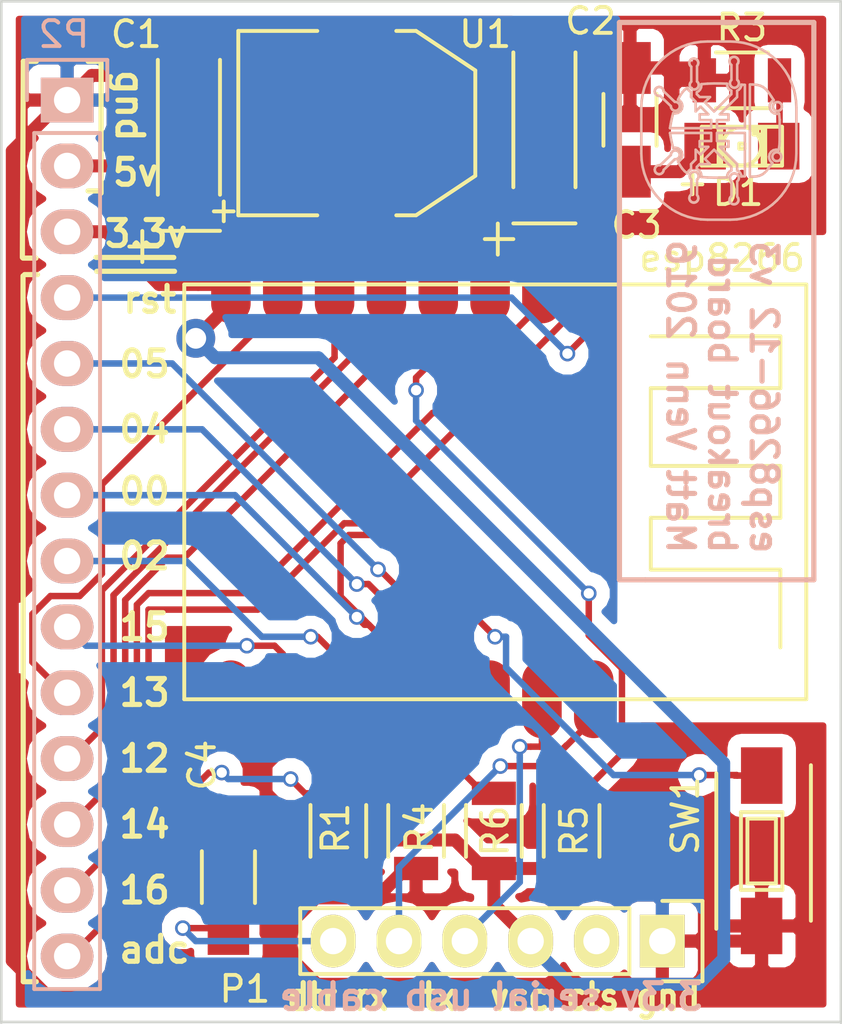
<source format=kicad_pcb>
(kicad_pcb (version 4) (host pcbnew 4.1.0-alpha+201607250104+6992~46~ubuntu14.04.1-product)

  (general
    (links 41)
    (no_connects 0)
    (area 109.628979 95.9975 142.290001 141.050001)
    (thickness 1.6)
    (drawings 621)
    (tracks 245)
    (zones 0)
    (modules 15)
    (nets 20)
  )

  (page A4)
  (layers
    (0 F.Cu signal hide)
    (31 B.Cu signal hide)
    (32 B.Adhes user hide)
    (33 F.Adhes user hide)
    (34 B.Paste user hide)
    (35 F.Paste user hide)
    (36 B.SilkS user)
    (37 F.SilkS user)
    (38 B.Mask user)
    (39 F.Mask user)
    (40 Dwgs.User user hide)
    (41 Cmts.User user hide)
    (42 Eco1.User user hide)
    (43 Eco2.User user hide)
    (44 Edge.Cuts user)
    (45 Margin user hide)
    (46 B.CrtYd user hide)
    (47 F.CrtYd user)
    (48 B.Fab user hide)
    (49 F.Fab user hide)
  )

  (setup
    (last_trace_width 0.25)
    (trace_clearance 0.2)
    (zone_clearance 0.508)
    (zone_45_only no)
    (trace_min 0.2)
    (segment_width 0.2)
    (edge_width 0.1)
    (via_size 0.6)
    (via_drill 0.4)
    (via_min_size 0.4)
    (via_min_drill 0.3)
    (uvia_size 0.3)
    (uvia_drill 0.1)
    (uvias_allowed no)
    (uvia_min_size 0.2)
    (uvia_min_drill 0.1)
    (pcb_text_width 0.3)
    (pcb_text_size 1.5 1.5)
    (mod_edge_width 0.15)
    (mod_text_size 1 1)
    (mod_text_width 0.15)
    (pad_size 1.5 1.5)
    (pad_drill 0.6)
    (pad_to_mask_clearance 0)
    (aux_axis_origin 109.855 101.473)
    (grid_origin 110.109 101.6)
    (visible_elements FFFEFF7F)
    (pcbplotparams
      (layerselection 0x010f0_ffffffff)
      (usegerberextensions false)
      (excludeedgelayer true)
      (linewidth 0.100000)
      (plotframeref false)
      (viasonmask false)
      (mode 1)
      (useauxorigin false)
      (hpglpennumber 1)
      (hpglpenspeed 20)
      (hpglpendiameter 15)
      (psnegative false)
      (psa4output false)
      (plotreference true)
      (plotvalue true)
      (plotinvisibletext false)
      (padsonsilk false)
      (subtractmaskfromsilk false)
      (outputformat 1)
      (mirror false)
      (drillshape 0)
      (scaleselection 1)
      (outputdirectory gerbers/))
  )

  (net 0 "")
  (net 1 GND)
  (net 2 +5V)
  (net 3 +3V3)
  (net 4 "Net-(C4-Pad1)")
  (net 5 /gpio0)
  (net 6 /reset)
  (net 7 /rx)
  (net 8 /tx)
  (net 9 /gpio5)
  (net 10 /gpio4)
  (net 11 /gpio2)
  (net 12 /gpio15)
  (net 13 /gpio13)
  (net 14 /gpio12)
  (net 15 /gpio14)
  (net 16 /gpio16)
  (net 17 /adc)
  (net 18 "Net-(D1-Pad1)")
  (net 19 /ch_pd)

  (net_class Default "This is the default net class."
    (clearance 0.2)
    (trace_width 0.25)
    (via_dia 0.6)
    (via_drill 0.4)
    (uvia_dia 0.3)
    (uvia_drill 0.1)
    (add_net /adc)
    (add_net /ch_pd)
    (add_net /gpio0)
    (add_net /gpio12)
    (add_net /gpio13)
    (add_net /gpio14)
    (add_net /gpio15)
    (add_net /gpio16)
    (add_net /gpio2)
    (add_net /gpio4)
    (add_net /gpio5)
    (add_net /reset)
    (add_net /rx)
    (add_net /tx)
    (add_net "Net-(C4-Pad1)")
    (add_net "Net-(D1-Pad1)")
  )

  (net_class etch ""
    (clearance 0.4)
    (trace_width 0.5)
    (via_dia 1.5)
    (via_drill 0.8)
    (uvia_dia 0.3)
    (uvia_drill 0.1)
    (add_net +3V3)
    (add_net +5V)
    (add_net GND)
  )

  (module LEDs:LED-1206 (layer F.Cu) (tedit 5538B1FB) (tstamp 55B376F4)
    (at 138.43 107.188 180)
    (descr "LED 1206 smd package")
    (tags "LED1206 SMD")
    (path /55B2ABC8)
    (attr smd)
    (fp_text reference D1 (at 0.14986 -1.778 180) (layer F.SilkS)
      (effects (font (size 1 1) (thickness 0.15)))
    )
    (fp_text value LED (at 0 1.65 180) (layer F.Fab)
      (effects (font (size 1 1) (thickness 0.15)))
    )
    (fp_line (start 0.09906 0.09906) (end -0.09906 0.09906) (layer F.SilkS) (width 0.15))
    (fp_line (start -0.09906 0.09906) (end -0.09906 -0.09906) (layer F.SilkS) (width 0.15))
    (fp_line (start 0.09906 -0.09906) (end -0.09906 -0.09906) (layer F.SilkS) (width 0.15))
    (fp_line (start 0.09906 0.09906) (end 0.09906 -0.09906) (layer F.SilkS) (width 0.15))
    (fp_line (start -0.44958 0.6985) (end -0.79756 0.6985) (layer F.SilkS) (width 0.15))
    (fp_line (start -0.79756 0.6985) (end -0.79756 0.44958) (layer F.SilkS) (width 0.15))
    (fp_line (start -0.44958 0.44958) (end -0.79756 0.44958) (layer F.SilkS) (width 0.15))
    (fp_line (start -0.44958 0.6985) (end -0.44958 0.44958) (layer F.SilkS) (width 0.15))
    (fp_line (start -0.79756 0.6985) (end -0.89916 0.6985) (layer F.SilkS) (width 0.15))
    (fp_line (start -0.89916 0.6985) (end -0.89916 -0.49784) (layer F.SilkS) (width 0.15))
    (fp_line (start -0.79756 -0.49784) (end -0.89916 -0.49784) (layer F.SilkS) (width 0.15))
    (fp_line (start -0.79756 0.6985) (end -0.79756 -0.49784) (layer F.SilkS) (width 0.15))
    (fp_line (start -0.79756 -0.54864) (end -0.89916 -0.54864) (layer F.SilkS) (width 0.15))
    (fp_line (start -0.89916 -0.54864) (end -0.89916 -0.6985) (layer F.SilkS) (width 0.15))
    (fp_line (start -0.79756 -0.6985) (end -0.89916 -0.6985) (layer F.SilkS) (width 0.15))
    (fp_line (start -0.79756 -0.54864) (end -0.79756 -0.6985) (layer F.SilkS) (width 0.15))
    (fp_line (start 0.89916 0.6985) (end 0.79756 0.6985) (layer F.SilkS) (width 0.15))
    (fp_line (start 0.79756 0.6985) (end 0.79756 -0.49784) (layer F.SilkS) (width 0.15))
    (fp_line (start 0.89916 -0.49784) (end 0.79756 -0.49784) (layer F.SilkS) (width 0.15))
    (fp_line (start 0.89916 0.6985) (end 0.89916 -0.49784) (layer F.SilkS) (width 0.15))
    (fp_line (start 0.89916 -0.54864) (end 0.79756 -0.54864) (layer F.SilkS) (width 0.15))
    (fp_line (start 0.79756 -0.54864) (end 0.79756 -0.6985) (layer F.SilkS) (width 0.15))
    (fp_line (start 0.89916 -0.6985) (end 0.79756 -0.6985) (layer F.SilkS) (width 0.15))
    (fp_line (start 0.89916 -0.54864) (end 0.89916 -0.6985) (layer F.SilkS) (width 0.15))
    (fp_line (start -0.44958 0.6985) (end -0.59944 0.6985) (layer F.SilkS) (width 0.15))
    (fp_line (start -0.59944 0.6985) (end -0.59944 0.44958) (layer F.SilkS) (width 0.15))
    (fp_line (start -0.44958 0.44958) (end -0.59944 0.44958) (layer F.SilkS) (width 0.15))
    (fp_line (start -0.44958 0.6985) (end -0.44958 0.44958) (layer F.SilkS) (width 0.15))
    (fp_line (start -1.5494 0.7493) (end 1.5494 0.7493) (layer F.SilkS) (width 0.15))
    (fp_line (start 1.5494 0.7493) (end 1.5494 -0.7493) (layer F.SilkS) (width 0.15))
    (fp_line (start 1.5494 -0.7493) (end -1.5494 -0.7493) (layer F.SilkS) (width 0.15))
    (fp_line (start -1.5494 -0.7493) (end -1.5494 0.7493) (layer F.SilkS) (width 0.15))
    (fp_arc (start 0 0) (end -0.54864 0.49784) (angle -95.4) (layer F.SilkS) (width 0.15))
    (fp_arc (start 0 0) (end 0.54864 0.49784) (angle -84.5) (layer F.SilkS) (width 0.15))
    (fp_arc (start 0 0) (end 0.54864 -0.49784) (angle -95.4) (layer F.SilkS) (width 0.15))
    (fp_arc (start 0 0) (end -0.54864 -0.49784) (angle -84.5) (layer F.SilkS) (width 0.15))
    (pad 2 smd rect (at 1.41986 0) (size 1.59766 1.80086) (layers F.Cu F.Paste F.Mask)
      (net 3 +3V3))
    (pad 1 smd rect (at -1.41986 0) (size 1.59766 1.80086) (layers F.Cu F.Paste F.Mask)
      (net 18 "Net-(D1-Pad1)"))
  )

  (module Pin_Headers:Pin_Header_Straight_1x06 (layer F.Cu) (tedit 0) (tstamp 55AD31BD)
    (at 135.359 137.85 270)
    (descr "Through hole pin header")
    (tags "pin header")
    (path /55AD3AED)
    (fp_text reference P1 (at 1.85 16.106 180) (layer F.SilkS)
      (effects (font (size 1 1) (thickness 0.15)))
    )
    (fp_text value ftdi (at 0 -3.1 270) (layer F.Fab)
      (effects (font (size 1 1) (thickness 0.15)))
    )
    (fp_line (start -1.75 -1.75) (end -1.75 14.45) (layer F.CrtYd) (width 0.05))
    (fp_line (start 1.75 -1.75) (end 1.75 14.45) (layer F.CrtYd) (width 0.05))
    (fp_line (start -1.75 -1.75) (end 1.75 -1.75) (layer F.CrtYd) (width 0.05))
    (fp_line (start -1.75 14.45) (end 1.75 14.45) (layer F.CrtYd) (width 0.05))
    (fp_line (start 1.27 1.27) (end 1.27 13.97) (layer F.SilkS) (width 0.15))
    (fp_line (start 1.27 13.97) (end -1.27 13.97) (layer F.SilkS) (width 0.15))
    (fp_line (start -1.27 13.97) (end -1.27 1.27) (layer F.SilkS) (width 0.15))
    (fp_line (start 1.55 -1.55) (end 1.55 0) (layer F.SilkS) (width 0.15))
    (fp_line (start 1.27 1.27) (end -1.27 1.27) (layer F.SilkS) (width 0.15))
    (fp_line (start -1.55 0) (end -1.55 -1.55) (layer F.SilkS) (width 0.15))
    (fp_line (start -1.55 -1.55) (end 1.55 -1.55) (layer F.SilkS) (width 0.15))
    (pad 1 thru_hole rect (at 0 0 270) (size 2.032 1.7272) (drill 1.016) (layers *.Cu *.Mask F.SilkS)
      (net 1 GND))
    (pad 2 thru_hole oval (at 0 2.54 270) (size 2.032 1.7272) (drill 1.016) (layers *.Cu *.Mask F.SilkS))
    (pad 3 thru_hole oval (at 0 5.08 270) (size 2.032 1.7272) (drill 1.016) (layers *.Cu *.Mask F.SilkS)
      (net 3 +3V3))
    (pad 4 thru_hole oval (at 0 7.62 270) (size 2.032 1.7272) (drill 1.016) (layers *.Cu *.Mask F.SilkS)
      (net 7 /rx))
    (pad 5 thru_hole oval (at 0 10.16 270) (size 2.032 1.7272) (drill 1.016) (layers *.Cu *.Mask F.SilkS)
      (net 8 /tx))
    (pad 6 thru_hole oval (at 0 12.7 270) (size 2.032 1.7272) (drill 1.016) (layers *.Cu *.Mask F.SilkS)
      (net 4 "Net-(C4-Pad1)"))
    (model Pin_Headers.3dshapes/Pin_Header_Straight_1x06.wrl
      (at (xyz 0 -0.25 0))
      (scale (xyz 1 1 1))
      (rotate (xyz 0 0 90))
    )
  )

  (module Pin_Headers:Pin_Header_Straight_1x14 (layer B.Cu) (tedit 0) (tstamp 55B263AC)
    (at 112.395 105.41 180)
    (descr "Through hole pin header")
    (tags "pin header")
    (path /55AD4557)
    (fp_text reference P2 (at 0.127 2.54 180) (layer B.SilkS)
      (effects (font (size 1 1) (thickness 0.15)) (justify mirror))
    )
    (fp_text value CONN_01X14 (at -3.175 8.255 180) (layer B.Fab)
      (effects (font (size 1 1) (thickness 0.15)) (justify mirror))
    )
    (fp_line (start -1.75 1.75) (end -1.75 -34.8) (layer B.CrtYd) (width 0.05))
    (fp_line (start 1.75 1.75) (end 1.75 -34.8) (layer B.CrtYd) (width 0.05))
    (fp_line (start -1.75 1.75) (end 1.75 1.75) (layer B.CrtYd) (width 0.05))
    (fp_line (start -1.75 -34.8) (end 1.75 -34.8) (layer B.CrtYd) (width 0.05))
    (fp_line (start -1.27 -1.27) (end -1.27 -34.29) (layer B.SilkS) (width 0.15))
    (fp_line (start -1.27 -34.29) (end 1.27 -34.29) (layer B.SilkS) (width 0.15))
    (fp_line (start 1.27 -34.29) (end 1.27 -1.27) (layer B.SilkS) (width 0.15))
    (fp_line (start 1.55 1.55) (end 1.55 0) (layer B.SilkS) (width 0.15))
    (fp_line (start 1.27 -1.27) (end -1.27 -1.27) (layer B.SilkS) (width 0.15))
    (fp_line (start -1.55 0) (end -1.55 1.55) (layer B.SilkS) (width 0.15))
    (fp_line (start -1.55 1.55) (end 1.55 1.55) (layer B.SilkS) (width 0.15))
    (pad 1 thru_hole rect (at 0 0 180) (size 2.032 1.7272) (drill 1.016) (layers *.Cu *.Mask B.SilkS)
      (net 1 GND))
    (pad 2 thru_hole oval (at 0 -2.54 180) (size 2.032 1.7272) (drill 1.016) (layers *.Cu *.Mask B.SilkS)
      (net 2 +5V))
    (pad 3 thru_hole oval (at 0 -5.08 180) (size 2.032 1.7272) (drill 1.016) (layers *.Cu *.Mask B.SilkS)
      (net 3 +3V3))
    (pad 4 thru_hole oval (at 0 -7.62 180) (size 2.032 1.7272) (drill 1.016) (layers *.Cu *.Mask B.SilkS)
      (net 6 /reset))
    (pad 5 thru_hole oval (at 0 -10.16 180) (size 2.032 1.7272) (drill 1.016) (layers *.Cu *.Mask B.SilkS)
      (net 9 /gpio5))
    (pad 6 thru_hole oval (at 0 -12.7 180) (size 2.032 1.7272) (drill 1.016) (layers *.Cu *.Mask B.SilkS)
      (net 10 /gpio4))
    (pad 7 thru_hole oval (at 0 -15.24 180) (size 2.032 1.7272) (drill 1.016) (layers *.Cu *.Mask B.SilkS)
      (net 5 /gpio0))
    (pad 8 thru_hole oval (at 0 -17.78 180) (size 2.032 1.7272) (drill 1.016) (layers *.Cu *.Mask B.SilkS)
      (net 11 /gpio2))
    (pad 9 thru_hole oval (at 0 -20.32 180) (size 2.032 1.7272) (drill 1.016) (layers *.Cu *.Mask B.SilkS)
      (net 12 /gpio15))
    (pad 10 thru_hole oval (at 0 -22.86 180) (size 2.032 1.7272) (drill 1.016) (layers *.Cu *.Mask B.SilkS)
      (net 13 /gpio13))
    (pad 11 thru_hole oval (at 0 -25.4 180) (size 2.032 1.7272) (drill 1.016) (layers *.Cu *.Mask B.SilkS)
      (net 14 /gpio12))
    (pad 12 thru_hole oval (at 0 -27.94 180) (size 2.032 1.7272) (drill 1.016) (layers *.Cu *.Mask B.SilkS)
      (net 15 /gpio14))
    (pad 13 thru_hole oval (at 0 -30.48 180) (size 2.032 1.7272) (drill 1.016) (layers *.Cu *.Mask B.SilkS)
      (net 16 /gpio16))
    (pad 14 thru_hole oval (at 0 -33.02 180) (size 2.032 1.7272) (drill 1.016) (layers *.Cu *.Mask B.SilkS)
      (net 17 /adc))
    (model Pin_Headers.3dshapes/Pin_Header_Straight_1x14.wrl
      (at (xyz 0 -0.65 0))
      (scale (xyz 1 1 1))
      (rotate (xyz 0 0 90))
    )
  )

  (module Capacitors_Tantalum_SMD:TantalC_SizeA_EIA-3216_HandSoldering (layer F.Cu) (tedit 0) (tstamp 55B28615)
    (at 117.094 106.45902 90)
    (descr "Tantal Cap. , Size A, EIA-3216, Hand Soldering,")
    (tags "Tantal Cap. , Size A, EIA-3216, Hand Soldering,")
    (path /55AD3174)
    (attr smd)
    (fp_text reference C1 (at 3.58902 -2.032 180) (layer F.SilkS)
      (effects (font (size 1 1) (thickness 0.15)))
    )
    (fp_text value 10uf (at -0.09906 3.0988 90) (layer F.Fab)
      (effects (font (size 1 1) (thickness 0.15)))
    )
    (fp_text user + (at -2.20218 19.3548 90) (layer F.SilkS)
      (effects (font (size 1 1) (thickness 0.15)))
    )
    (fp_line (start -2.60096 1.19888) (end 2.60096 1.19888) (layer F.SilkS) (width 0.15))
    (fp_line (start 2.60096 -1.19888) (end -2.60096 -1.19888) (layer F.SilkS) (width 0.15))
    (fp_line (start -4.59994 -2.2987) (end -4.59994 -1.19888) (layer F.SilkS) (width 0.15))
    (fp_line (start -5.19938 -1.79832) (end -4.0005 -1.79832) (layer F.SilkS) (width 0.15))
    (fp_line (start -3.99542 -1.19888) (end -3.99542 1.19888) (layer F.SilkS) (width 0.15))
    (pad 2 smd rect (at 1.99898 0 90) (size 2.99974 1.50114) (layers F.Cu F.Paste F.Mask)
      (net 1 GND))
    (pad 1 smd rect (at -1.99898 0 90) (size 2.99974 1.50114) (layers F.Cu F.Paste F.Mask)
      (net 2 +5V))
    (model Capacitors_Tantalum_SMD.3dshapes/TantalC_SizeA_EIA-3216_HandSoldering.wrl
      (at (xyz 0 0 0))
      (scale (xyz 1 1 1))
      (rotate (xyz 0 0 180))
    )
  )

  (module Capacitors_Tantalum_SMD:TantalC_SizeA_EIA-3216_HandSoldering (layer F.Cu) (tedit 0) (tstamp 55B2861A)
    (at 130.81 106.172 90)
    (descr "Tantal Cap. , Size A, EIA-3216, Hand Soldering,")
    (tags "Tantal Cap. , Size A, EIA-3216, Hand Soldering,")
    (path /55AD317B)
    (attr smd)
    (fp_text reference C2 (at 3.81 1.778 180) (layer F.SilkS)
      (effects (font (size 1 1) (thickness 0.15)))
    )
    (fp_text value 10uf (at -0.09906 3.0988 90) (layer F.Fab)
      (effects (font (size 1 1) (thickness 0.15)))
    )
    (fp_text user + (at -3.5306 -12.446 90) (layer F.SilkS)
      (effects (font (size 1 1) (thickness 0.15)))
    )
    (fp_line (start -2.60096 1.19888) (end 2.60096 1.19888) (layer F.SilkS) (width 0.15))
    (fp_line (start 2.60096 -1.19888) (end -2.60096 -1.19888) (layer F.SilkS) (width 0.15))
    (fp_line (start -4.59994 -2.2987) (end -4.59994 -1.19888) (layer F.SilkS) (width 0.15))
    (fp_line (start -5.19938 -1.79832) (end -4.0005 -1.79832) (layer F.SilkS) (width 0.15))
    (fp_line (start -3.99542 -1.19888) (end -3.99542 1.19888) (layer F.SilkS) (width 0.15))
    (pad 2 smd rect (at 1.99898 0 90) (size 2.99974 1.50114) (layers F.Cu F.Paste F.Mask)
      (net 1 GND))
    (pad 1 smd rect (at -1.99898 0 90) (size 2.99974 1.50114) (layers F.Cu F.Paste F.Mask)
      (net 3 +3V3))
    (model Capacitors_Tantalum_SMD.3dshapes/TantalC_SizeA_EIA-3216_HandSoldering.wrl
      (at (xyz 0 0 0))
      (scale (xyz 1 1 1))
      (rotate (xyz 0 0 180))
    )
  )

  (module Capacitors_SMD:C_1206_HandSoldering (layer F.Cu) (tedit 541A9C03) (tstamp 55B2861F)
    (at 134.112 106.172 90)
    (descr "Capacitor SMD 1206, hand soldering")
    (tags "capacitor 1206")
    (path /55AD318E)
    (attr smd)
    (fp_text reference C3 (at -4.064 0.254) (layer F.SilkS)
      (effects (font (size 1 1) (thickness 0.15)))
    )
    (fp_text value 0.1uf (at 0 2.3 90) (layer F.Fab)
      (effects (font (size 1 1) (thickness 0.15)))
    )
    (fp_line (start -3.3 -1.15) (end 3.3 -1.15) (layer F.CrtYd) (width 0.05))
    (fp_line (start -3.3 1.15) (end 3.3 1.15) (layer F.CrtYd) (width 0.05))
    (fp_line (start -3.3 -1.15) (end -3.3 1.15) (layer F.CrtYd) (width 0.05))
    (fp_line (start 3.3 -1.15) (end 3.3 1.15) (layer F.CrtYd) (width 0.05))
    (fp_line (start 1 -1.025) (end -1 -1.025) (layer F.SilkS) (width 0.15))
    (fp_line (start -1 1.025) (end 1 1.025) (layer F.SilkS) (width 0.15))
    (pad 1 smd rect (at -2 0 90) (size 2 1.6) (layers F.Cu F.Paste F.Mask)
      (net 3 +3V3))
    (pad 2 smd rect (at 2 0 90) (size 2 1.6) (layers F.Cu F.Paste F.Mask)
      (net 1 GND))
    (model Capacitors_SMD.3dshapes/C_1206_HandSoldering.wrl
      (at (xyz 0 0 0))
      (scale (xyz 1 1 1))
      (rotate (xyz 0 0 0))
    )
  )

  (module Capacitors_SMD:C_1206_HandSoldering (layer F.Cu) (tedit 541A9C03) (tstamp 55B28624)
    (at 118.618 135.382 90)
    (descr "Capacitor SMD 1206, hand soldering")
    (tags "capacitor 1206")
    (path /55AD3B1B)
    (attr smd)
    (fp_text reference C4 (at 4.318 -1.016 90) (layer F.SilkS)
      (effects (font (size 1 1) (thickness 0.15)))
    )
    (fp_text value 1uf (at 0 2.3 90) (layer F.Fab)
      (effects (font (size 1 1) (thickness 0.15)))
    )
    (fp_line (start -3.3 -1.15) (end 3.3 -1.15) (layer F.CrtYd) (width 0.05))
    (fp_line (start -3.3 1.15) (end 3.3 1.15) (layer F.CrtYd) (width 0.05))
    (fp_line (start -3.3 -1.15) (end -3.3 1.15) (layer F.CrtYd) (width 0.05))
    (fp_line (start 3.3 -1.15) (end 3.3 1.15) (layer F.CrtYd) (width 0.05))
    (fp_line (start 1 -1.025) (end -1 -1.025) (layer F.SilkS) (width 0.15))
    (fp_line (start -1 1.025) (end 1 1.025) (layer F.SilkS) (width 0.15))
    (pad 1 smd rect (at -2 0 90) (size 2 1.6) (layers F.Cu F.Paste F.Mask)
      (net 4 "Net-(C4-Pad1)"))
    (pad 2 smd rect (at 2 0 90) (size 2 1.6) (layers F.Cu F.Paste F.Mask)
      (net 6 /reset))
    (model Capacitors_SMD.3dshapes/C_1206_HandSoldering.wrl
      (at (xyz 0 0 0))
      (scale (xyz 1 1 1))
      (rotate (xyz 0 0 0))
    )
  )

  (module Resistors_SMD:R_1206 (layer F.Cu) (tedit 5415CFA7) (tstamp 55B28629)
    (at 122.859 133.6 90)
    (descr "Resistor SMD 1206, reflow soldering, Vishay (see dcrcw.pdf)")
    (tags "resistor 1206")
    (path /55ACED8E)
    (attr smd)
    (fp_text reference R1 (at 0.1 -0.109 90) (layer F.SilkS)
      (effects (font (size 1 1) (thickness 0.15)))
    )
    (fp_text value 10k (at 0 2.3 90) (layer F.Fab)
      (effects (font (size 1 1) (thickness 0.15)))
    )
    (fp_line (start -2.2 -1.2) (end 2.2 -1.2) (layer F.CrtYd) (width 0.05))
    (fp_line (start -2.2 1.2) (end 2.2 1.2) (layer F.CrtYd) (width 0.05))
    (fp_line (start -2.2 -1.2) (end -2.2 1.2) (layer F.CrtYd) (width 0.05))
    (fp_line (start 2.2 -1.2) (end 2.2 1.2) (layer F.CrtYd) (width 0.05))
    (fp_line (start 1 1.075) (end -1 1.075) (layer F.SilkS) (width 0.15))
    (fp_line (start -1 -1.075) (end 1 -1.075) (layer F.SilkS) (width 0.15))
    (pad 1 smd rect (at -1.45 0 90) (size 0.9 1.7) (layers F.Cu F.Paste F.Mask)
      (net 3 +3V3))
    (pad 2 smd rect (at 1.45 0 90) (size 0.9 1.7) (layers F.Cu F.Paste F.Mask)
      (net 6 /reset))
    (model Resistors_SMD.3dshapes/R_1206.wrl
      (at (xyz 0 0 0))
      (scale (xyz 1 1 1))
      (rotate (xyz 0 0 0))
    )
  )

  (module SMD_Packages:SOT-223 (layer F.Cu) (tedit 0) (tstamp 55B288E3)
    (at 123.571 106.299 270)
    (descr "module CMS SOT223 4 pins")
    (tags "CMS SOT")
    (path /55AD3145)
    (attr smd)
    (fp_text reference U1 (at -3.429 -4.953) (layer F.SilkS)
      (effects (font (size 1 1) (thickness 0.15)))
    )
    (fp_text value AP1117D33 (at 0 0.762 270) (layer F.Fab)
      (effects (font (size 1 1) (thickness 0.15)))
    )
    (fp_line (start -3.556 1.524) (end -3.556 4.572) (layer F.SilkS) (width 0.15))
    (fp_line (start -3.556 4.572) (end 3.556 4.572) (layer F.SilkS) (width 0.15))
    (fp_line (start 3.556 4.572) (end 3.556 1.524) (layer F.SilkS) (width 0.15))
    (fp_line (start -3.556 -1.524) (end -3.556 -2.286) (layer F.SilkS) (width 0.15))
    (fp_line (start -3.556 -2.286) (end -2.032 -4.572) (layer F.SilkS) (width 0.15))
    (fp_line (start -2.032 -4.572) (end 2.032 -4.572) (layer F.SilkS) (width 0.15))
    (fp_line (start 2.032 -4.572) (end 3.556 -2.286) (layer F.SilkS) (width 0.15))
    (fp_line (start 3.556 -2.286) (end 3.556 -1.524) (layer F.SilkS) (width 0.15))
    (pad 4 smd rect (at 0 -3.302 270) (size 3.6576 2.032) (layers F.Cu F.Paste F.Mask))
    (pad 2 smd rect (at 0 3.302 270) (size 1.016 2.032) (layers F.Cu F.Paste F.Mask)
      (net 3 +3V3))
    (pad 3 smd rect (at 2.286 3.302 270) (size 1.016 2.032) (layers F.Cu F.Paste F.Mask)
      (net 2 +5V))
    (pad 1 smd rect (at -2.286 3.302 270) (size 1.016 2.032) (layers F.Cu F.Paste F.Mask)
      (net 1 GND))
    (model SMD_Packages.3dshapes/SOT-223.wrl
      (at (xyz 0 0 0))
      (scale (xyz 0.4 0.4 0.4))
      (rotate (xyz 0 0 0))
    )
  )

  (module esp8266-12:esp8266-12 (layer F.Cu) (tedit 55ACE67C) (tstamp 55B298D2)
    (at 118.714 112.622)
    (path /55ACECFB)
    (fp_text reference esp8266 (at 18.954 -1.116) (layer F.SilkS)
      (effects (font (size 1 1) (thickness 0.15)))
    )
    (fp_text value U2 (at 6.2 5.9) (layer F.Fab)
      (effects (font (size 1 1) (thickness 0.15)))
    )
    (fp_line (start 16.2 1.9) (end 21.2 1.9) (layer F.SilkS) (width 0.15))
    (fp_line (start 21.2 1.9) (end 21.2 3.9) (layer F.SilkS) (width 0.15))
    (fp_line (start 21.2 3.9) (end 16.2 3.9) (layer F.SilkS) (width 0.15))
    (fp_line (start 16.2 3.9) (end 16.2 6.9) (layer F.SilkS) (width 0.15))
    (fp_line (start 16.2 6.9) (end 21.2 6.9) (layer F.SilkS) (width 0.15))
    (fp_line (start 21.2 6.9) (end 21.2 8.9) (layer F.SilkS) (width 0.15))
    (fp_line (start 21.2 8.9) (end 16.2 8.9) (layer F.SilkS) (width 0.15))
    (fp_line (start 16.2 8.9) (end 16.2 10.9) (layer F.SilkS) (width 0.15))
    (fp_line (start 16.2 10.9) (end 21.2 10.9) (layer F.SilkS) (width 0.15))
    (fp_line (start 21.2 10.9) (end 21.2 13.9) (layer F.SilkS) (width 0.15))
    (fp_line (start -1.8 -0.1) (end -1.8 15.9) (layer F.SilkS) (width 0.15))
    (fp_line (start -1.8 15.9) (end 22.2 15.9) (layer F.SilkS) (width 0.15))
    (fp_line (start 22.2 15.9) (end 22.2 -0.1) (layer F.SilkS) (width 0.15))
    (fp_line (start 22.2 -0.1) (end -1.8 -0.1) (layer F.SilkS) (width 0.15))
    (pad 8 smd oval (at 0 -0.1) (size 1.524 3) (layers F.Cu F.Paste F.Mask)
      (net 3 +3V3))
    (pad 7 smd oval (at 2 -0.1) (size 1.524 3) (layers F.Cu F.Paste F.Mask)
      (net 13 /gpio13))
    (pad 6 smd oval (at 4 -0.1) (size 1.524 3) (layers F.Cu F.Paste F.Mask)
      (net 14 /gpio12))
    (pad 5 smd oval (at 6 -0.1) (size 1.524 3) (layers F.Cu F.Paste F.Mask)
      (net 15 /gpio14))
    (pad 4 smd oval (at 8 -0.1) (size 1.524 3) (layers F.Cu F.Paste F.Mask)
      (net 16 /gpio16))
    (pad 3 smd oval (at 10 -0.1) (size 1.524 3) (layers F.Cu F.Paste F.Mask)
      (net 19 /ch_pd))
    (pad 2 smd oval (at 12 -0.1) (size 1.524 3) (layers F.Cu F.Paste F.Mask)
      (net 17 /adc))
    (pad 1 smd oval (at 14 -0.1) (size 1.524 3) (layers F.Cu F.Paste F.Mask)
      (net 6 /reset))
    (pad 9 smd oval (at 0 15.9) (size 1.524 3) (layers F.Cu F.Paste F.Mask)
      (net 1 GND))
    (pad 10 smd oval (at 2 15.9) (size 1.524 3) (layers F.Cu F.Paste F.Mask)
      (net 12 /gpio15))
    (pad 11 smd oval (at 4 15.9) (size 1.524 3) (layers F.Cu F.Paste F.Mask)
      (net 11 /gpio2))
    (pad 12 smd oval (at 6 15.9) (size 1.524 3) (layers F.Cu F.Paste F.Mask)
      (net 5 /gpio0))
    (pad 13 smd oval (at 8 15.9) (size 1.524 3) (layers F.Cu F.Paste F.Mask)
      (net 10 /gpio4))
    (pad 14 smd oval (at 10 15.9) (size 1.524 3) (layers F.Cu F.Paste F.Mask)
      (net 9 /gpio5))
    (pad 15 smd oval (at 12 15.9) (size 1.524 3) (layers F.Cu F.Paste F.Mask)
      (net 7 /rx))
    (pad 16 smd oval (at 14 15.9) (size 1.524 3) (layers F.Cu F.Paste F.Mask)
      (net 8 /tx))
  )

  (module Resistors_SMD:R_1206 (layer F.Cu) (tedit 5415CFA7) (tstamp 55B376FA)
    (at 138.43 104.648 180)
    (descr "Resistor SMD 1206, reflow soldering, Vishay (see dcrcw.pdf)")
    (tags "resistor 1206")
    (path /55B2AC55)
    (attr smd)
    (fp_text reference R3 (at 0 2.032 180) (layer F.SilkS)
      (effects (font (size 1 1) (thickness 0.15)))
    )
    (fp_text value 68r (at 0 2.3 180) (layer F.Fab)
      (effects (font (size 1 1) (thickness 0.15)))
    )
    (fp_line (start -2.2 -1.2) (end 2.2 -1.2) (layer F.CrtYd) (width 0.05))
    (fp_line (start -2.2 1.2) (end 2.2 1.2) (layer F.CrtYd) (width 0.05))
    (fp_line (start -2.2 -1.2) (end -2.2 1.2) (layer F.CrtYd) (width 0.05))
    (fp_line (start 2.2 -1.2) (end 2.2 1.2) (layer F.CrtYd) (width 0.05))
    (fp_line (start 1 1.075) (end -1 1.075) (layer F.SilkS) (width 0.15))
    (fp_line (start -1 -1.075) (end 1 -1.075) (layer F.SilkS) (width 0.15))
    (pad 1 smd rect (at -1.45 0 180) (size 0.9 1.7) (layers F.Cu F.Paste F.Mask)
      (net 18 "Net-(D1-Pad1)"))
    (pad 2 smd rect (at 1.45 0 180) (size 0.9 1.7) (layers F.Cu F.Paste F.Mask)
      (net 1 GND))
    (model Resistors_SMD.3dshapes/R_1206.wrl
      (at (xyz 0 0 0))
      (scale (xyz 1 1 1))
      (rotate (xyz 0 0 0))
    )
  )

  (module matt:SW_SPST_FSMSM (layer F.Cu) (tedit 55B3776E) (tstamp 55B37936)
    (at 139.192 134.366 270)
    (descr http://www.te.com/commerce/DocumentDelivery/DDEController?Action=srchrtrv&DocNm=1437566-3&DocType=Customer+Drawing&DocLang=English)
    (tags "SPST button tactile switch")
    (path /55AD3B14)
    (attr smd)
    (fp_text reference SW1 (at -1.366 2.942 90) (layer F.SilkS)
      (effects (font (size 1 1) (thickness 0.15)))
    )
    (fp_text value SW_PUSH (at 0.2 2.7 270) (layer F.Fab)
      (effects (font (size 1 1) (thickness 0.15)))
    )
    (fp_line (start -1.23989 -0.55022) (end 1.26011 -0.55022) (layer F.SilkS) (width 0.15))
    (fp_line (start 1.26011 -0.55022) (end 1.26011 0.54978) (layer F.SilkS) (width 0.15))
    (fp_line (start 1.26011 0.54978) (end -1.23989 0.54978) (layer F.SilkS) (width 0.15))
    (fp_line (start -1.23989 0.54978) (end -1.23989 -0.55022) (layer F.SilkS) (width 0.15))
    (fp_line (start -1.48989 0.79978) (end 1.51011 0.79978) (layer F.SilkS) (width 0.15))
    (fp_line (start -1.48989 -0.80022) (end 1.51011 -0.80022) (layer F.SilkS) (width 0.15))
    (fp_line (start 1.51011 -0.80022) (end 1.51011 0.79978) (layer F.SilkS) (width 0.15))
    (fp_line (start -1.48989 -0.80022) (end -1.48989 0.79978) (layer F.SilkS) (width 0.15))
    (fp_line (start -4.3 1.9) (end 4.3 1.9) (layer F.CrtYd) (width 0.05))
    (fp_line (start 4.3 -2) (end 4.3 1.95) (layer F.CrtYd) (width 0.05))
    (fp_line (start -2.98989 1.74978) (end 3.01011 1.74978) (layer F.SilkS) (width 0.15))
    (fp_line (start -3.3 -1.9) (end 2.7 -1.9) (layer F.SilkS) (width 0.15))
    (fp_line (start -4.3 -2) (end -4.3 1.95) (layer F.CrtYd) (width 0.05))
    (fp_line (start -4.3 -2) (end 4.3 -2) (layer F.CrtYd) (width 0.05))
    (pad 1 smd rect (at -2.9 -0.00232 270) (size 2.18 1.6) (layers F.Cu F.Paste F.Mask)
      (net 5 /gpio0))
    (pad 2 smd rect (at 2.9 0.00232 270) (size 2.18 1.6) (layers F.Cu F.Paste F.Mask)
      (net 1 GND))
  )

  (module Resistors_SMD:R_1206 (layer F.Cu) (tedit 5415CFA7) (tstamp 5715F669)
    (at 128.859 133.6 90)
    (descr "Resistor SMD 1206, reflow soldering, Vishay (see dcrcw.pdf)")
    (tags "resistor 1206")
    (path /5715F6B6)
    (attr smd)
    (fp_text reference R4 (at 0.123 -2.875 90) (layer F.SilkS)
      (effects (font (size 1 1) (thickness 0.15)))
    )
    (fp_text value 10k (at 0 2.3 90) (layer F.Fab)
      (effects (font (size 1 1) (thickness 0.15)))
    )
    (fp_line (start -2.2 -1.2) (end 2.2 -1.2) (layer F.CrtYd) (width 0.05))
    (fp_line (start -2.2 1.2) (end 2.2 1.2) (layer F.CrtYd) (width 0.05))
    (fp_line (start -2.2 -1.2) (end -2.2 1.2) (layer F.CrtYd) (width 0.05))
    (fp_line (start 2.2 -1.2) (end 2.2 1.2) (layer F.CrtYd) (width 0.05))
    (fp_line (start 1 1.075) (end -1 1.075) (layer F.SilkS) (width 0.15))
    (fp_line (start -1 -1.075) (end 1 -1.075) (layer F.SilkS) (width 0.15))
    (pad 1 smd rect (at -1.45 0 90) (size 0.9 1.7) (layers F.Cu F.Paste F.Mask)
      (net 3 +3V3))
    (pad 2 smd rect (at 1.45 0 90) (size 0.9 1.7) (layers F.Cu F.Paste F.Mask)
      (net 11 /gpio2))
    (model Resistors_SMD.3dshapes/R_1206.wrl
      (at (xyz 0 0 0))
      (scale (xyz 1 1 1))
      (rotate (xyz 0 0 0))
    )
  )

  (module Resistors_SMD:R_1206 (layer F.Cu) (tedit 5415CFA7) (tstamp 5715F66F)
    (at 131.859 133.6 90)
    (descr "Resistor SMD 1206, reflow soldering, Vishay (see dcrcw.pdf)")
    (tags "resistor 1206")
    (path /5715F72C)
    (attr smd)
    (fp_text reference R5 (at -0.004 0.094 90) (layer F.SilkS)
      (effects (font (size 1 1) (thickness 0.15)))
    )
    (fp_text value 10k (at 0 2.3 90) (layer F.Fab)
      (effects (font (size 1 1) (thickness 0.15)))
    )
    (fp_line (start -2.2 -1.2) (end 2.2 -1.2) (layer F.CrtYd) (width 0.05))
    (fp_line (start -2.2 1.2) (end 2.2 1.2) (layer F.CrtYd) (width 0.05))
    (fp_line (start -2.2 -1.2) (end -2.2 1.2) (layer F.CrtYd) (width 0.05))
    (fp_line (start 2.2 -1.2) (end 2.2 1.2) (layer F.CrtYd) (width 0.05))
    (fp_line (start 1 1.075) (end -1 1.075) (layer F.SilkS) (width 0.15))
    (fp_line (start -1 -1.075) (end 1 -1.075) (layer F.SilkS) (width 0.15))
    (pad 1 smd rect (at -1.45 0 90) (size 0.9 1.7) (layers F.Cu F.Paste F.Mask)
      (net 3 +3V3))
    (pad 2 smd rect (at 1.45 0 90) (size 0.9 1.7) (layers F.Cu F.Paste F.Mask)
      (net 19 /ch_pd))
    (model Resistors_SMD.3dshapes/R_1206.wrl
      (at (xyz 0 0 0))
      (scale (xyz 1 1 1))
      (rotate (xyz 0 0 0))
    )
  )

  (module Resistors_SMD:R_1206 (layer F.Cu) (tedit 5415CFA7) (tstamp 5715F675)
    (at 125.859 133.6 270)
    (descr "Resistor SMD 1206, reflow soldering, Vishay (see dcrcw.pdf)")
    (tags "resistor 1206")
    (path /5715F783)
    (attr smd)
    (fp_text reference R6 (at 0.004 -3.046 270) (layer F.SilkS)
      (effects (font (size 1 1) (thickness 0.15)))
    )
    (fp_text value 10k (at 0 2.3 270) (layer F.Fab)
      (effects (font (size 1 1) (thickness 0.15)))
    )
    (fp_line (start -2.2 -1.2) (end 2.2 -1.2) (layer F.CrtYd) (width 0.05))
    (fp_line (start -2.2 1.2) (end 2.2 1.2) (layer F.CrtYd) (width 0.05))
    (fp_line (start -2.2 -1.2) (end -2.2 1.2) (layer F.CrtYd) (width 0.05))
    (fp_line (start 2.2 -1.2) (end 2.2 1.2) (layer F.CrtYd) (width 0.05))
    (fp_line (start 1 1.075) (end -1 1.075) (layer F.SilkS) (width 0.15))
    (fp_line (start -1 -1.075) (end 1 -1.075) (layer F.SilkS) (width 0.15))
    (pad 1 smd rect (at -1.45 0 270) (size 0.9 1.7) (layers F.Cu F.Paste F.Mask)
      (net 12 /gpio15))
    (pad 2 smd rect (at 1.45 0 270) (size 0.9 1.7) (layers F.Cu F.Paste F.Mask)
      (net 1 GND))
    (model Resistors_SMD.3dshapes/R_1206.wrl
      (at (xyz 0 0 0))
      (scale (xyz 1 1 1))
      (rotate (xyz 0 0 0))
    )
  )

  (gr_text "dtr rx  tx  vcc cts gnd" (at 128.8542 140) (layer F.SilkS)
    (effects (font (size 1 0.9) (thickness 0.2)))
  )
  (gr_line (start 139.1955 103.457907) (end 139.40623 103.585675) (layer B.SilkS) (width 0.1))
  (gr_line (start 139.49445 105.16543) (end 139.41703 105.06223) (layer B.SilkS) (width 0.1))
  (gr_line (start 139.41703 105.06223) (end 139.33478 104.97483) (layer B.SilkS) (width 0.1))
  (gr_line (start 138.77146 104.80953) (end 138.73745 104.8099) (layer B.SilkS) (width 0.1))
  (gr_line (start 139.13203 104.8526) (end 138.9996 104.82048) (layer B.SilkS) (width 0.1))
  (gr_line (start 138.83852 104.80953) (end 138.77146 104.80953) (layer B.SilkS) (width 0.1))
  (gr_line (start 138.9996 104.82048) (end 138.83852 104.80953) (layer B.SilkS) (width 0.1))
  (gr_line (start 139.24178 104.90453) (end 139.13203 104.8526) (layer B.SilkS) (width 0.1))
  (gr_line (start 139.33478 104.97483) (end 139.24178 104.90453) (layer B.SilkS) (width 0.1))
  (gr_line (start 138.54431 104.82618) (end 138.53513 104.82521) (layer B.SilkS) (width 0.1))
  (gr_line (start 138.36066 104.95596) (end 138.30934 105.01021) (layer B.SilkS) (width 0.1))
  (gr_line (start 138.39609 104.88944) (end 138.36066 104.95596) (layer B.SilkS) (width 0.1))
  (gr_line (start 138.41236 104.81371) (end 138.39609 104.88944) (layer B.SilkS) (width 0.1))
  (gr_line (start 138.50888 104.8226) (end 138.46732 104.81869) (layer B.SilkS) (width 0.1))
  (gr_line (start 138.46732 104.81869) (end 138.41236 104.81371) (layer B.SilkS) (width 0.1))
  (gr_line (start 138.53513 104.82521) (end 138.50888 104.8226) (layer B.SilkS) (width 0.1))
  (gr_line (start 137.46721 106.67932) (end 138.54431 106.67932) (layer B.SilkS) (width 0.1))
  (gr_line (start 138.54431 104.82618) (end 138.54431 104.82618) (layer B.SilkS) (width 0.1))
  (gr_line (start 138.24499 105.29287) (end 137.57832 105.95954) (layer B.SilkS) (width 0.1))
  (gr_line (start 138.54431 106.49285) (end 138.54431 104.82618) (layer B.SilkS) (width 0.1))
  (gr_line (start 138.30934 105.01021) (end 138.24499 105.04911) (layer B.SilkS) (width 0.1))
  (gr_line (start 138.24499 105.04911) (end 138.24499 105.29287) (layer B.SilkS) (width 0.1))
  (gr_line (start 137.46721 106.49285) (end 138.54431 106.49285) (layer B.SilkS) (width 0.1))
  (gr_line (start 139.49927 105.6651) (end 139.51093 105.58519) (layer B.SilkS) (width 0.1))
  (gr_line (start 139.52114 105.77323) (end 139.49927 105.6651) (layer B.SilkS) (width 0.1))
  (gr_line (start 137.98067 104.82905) (end 137.99661 104.85846) (layer B.SilkS) (width 0.1))
  (gr_line (start 138.28372 104.85846) (end 138.29961 104.82905) (layer B.SilkS) (width 0.1))
  (gr_line (start 138.07289 104.92107) (end 138.10539 104.93117) (layer B.SilkS) (width 0.1))
  (gr_line (start 138.17516 104.93117) (end 138.20766 104.92107) (layer B.SilkS) (width 0.1))
  (gr_line (start 138.20766 104.92107) (end 138.23702 104.90518) (layer B.SilkS) (width 0.1))
  (gr_line (start 138.26261 104.88407) (end 138.28372 104.85846) (layer B.SilkS) (width 0.1))
  (gr_line (start 138.23702 104.90518) (end 138.26261 104.88407) (layer B.SilkS) (width 0.1))
  (gr_line (start 135.076475 108.15811) (end 135.11315 108.21626) (layer B.SilkS) (width 0.1))
  (gr_line (start 134.983539 108.90035) (end 134.855771 108.68962) (layer B.SilkS) (width 0.1))
  (gr_line (start 135.130403 109.09701) (end 134.983539 108.90035) (layer B.SilkS) (width 0.1))
  (gr_line (start 135.295171 109.27833) (end 135.130403 109.09701) (layer B.SilkS) (width 0.1))
  (gr_line (start 135.169519 108.25554) (end 135.234243 108.26971) (layer B.SilkS) (width 0.1))
  (gr_line (start 135.67315 109.58996) (end 135.476486 109.4431) (layer B.SilkS) (width 0.1))
  (gr_line (start 136.10745 109.8251) (end 135.88387 109.71772) (layer B.SilkS) (width 0.1))
  (gr_line (start 138.24499 107.87929) (end 137.57832 107.21262) (layer B.SilkS) (width 0.1))
  (gr_line (start 135.065299 108.09268) (end 135.076475 108.15811) (layer B.SilkS) (width 0.1))
  (gr_line (start 134.5481 107.4693) (end 134.5481 105.70639) (layer B.SilkS) (width 0.1))
  (gr_line (start 134.599858 107.98568) (end 134.561284 107.73135) (layer B.SilkS) (width 0.1))
  (gr_line (start 134.662683 108.23103) (end 134.599858 107.98568) (layer B.SilkS) (width 0.1))
  (gr_line (start 134.855771 108.68962) (end 134.748404 108.46604) (layer B.SilkS) (width 0.1))
  (gr_line (start 134.561284 107.73135) (end 134.5481 107.4693) (layer B.SilkS) (width 0.1))
  (gr_line (start 134.748404 108.46604) (end 134.662683 108.23103) (layer B.SilkS) (width 0.1))
  (gr_line (start 137.20056 107.87929) (end 137.00052 107.67932) (layer B.SilkS) (width 0.1))
  (gr_line (start 135.299565 108.25853) (end 135.357617 108.22179) (layer B.SilkS) (width 0.1))
  (gr_line (start 135.11315 108.21626) (end 135.169519 108.25554) (layer B.SilkS) (width 0.1))
  (gr_line (start 135.41111 108.102) (end 135.83819 107.69401) (layer B.SilkS) (width 0.1))
  (gr_line (start 135.396679 108.16608) (end 135.41111 108.102) (layer B.SilkS) (width 0.1))
  (gr_line (start 135.357617 108.22179) (end 135.396679 108.16608) (layer B.SilkS) (width 0.1))
  (gr_line (start 135.118737 107.97147) (end 135.079458 108.02785) (layer B.SilkS) (width 0.1))
  (gr_line (start 135.079458 108.02785) (end 135.065299 108.09268) (layer B.SilkS) (width 0.1))
  (gr_line (start 135.88387 109.71772) (end 135.67315 109.58996) (layer B.SilkS) (width 0.1))
  (gr_line (start 134.5481 105.70639) (end 134.561284 105.44429) (layer B.SilkS) (width 0.1))
  (gr_line (start 135.476486 109.4431) (end 135.295171 109.27833) (layer B.SilkS) (width 0.1))
  (gr_line (start 135.234243 108.26971) (end 135.299565 108.25853) (layer B.SilkS) (width 0.1))
  (gr_line (start 138.97193 103.35054) (end 139.1955 103.457907) (layer B.SilkS) (width 0.1))
  (gr_line (start 137.97513 103.15029) (end 138.23723 103.163419) (layer B.SilkS) (width 0.1))
  (gr_line (start 138.24792 104.036032) (end 138.28449 103.981344) (layer B.SilkS) (width 0.1))
  (gr_line (start 138.49157 103.201994) (end 138.73691 103.264819) (layer B.SilkS) (width 0.1))
  (gr_line (start 138.23723 103.163419) (end 138.49157 103.201994) (layer B.SilkS) (width 0.1))
  (gr_line (start 138.73691 103.264819) (end 138.97193 103.35054) (layer B.SilkS) (width 0.1))
  (gr_line (start 138.29788 103.914504) (end 138.29441 103.879565) (layer B.SilkS) (width 0.1))
  (gr_line (start 138.28449 103.981344) (end 138.29788 103.914504) (layer B.SilkS) (width 0.1))
  (gr_line (start 138.29441 103.879565) (end 138.28427 103.847068) (layer B.SilkS) (width 0.1))
  (gr_line (start 138.28427 103.847068) (end 138.26831 103.817662) (layer B.SilkS) (width 0.1))
  (gr_line (start 134.855771 104.48601) (end 134.983539 104.27529) (layer B.SilkS) (width 0.1))
  (gr_line (start 134.983539 104.27529) (end 135.130403 104.078621) (layer B.SilkS) (width 0.1))
  (gr_line (start 134.748404 104.7096) (end 134.855771 104.48601) (layer B.SilkS) (width 0.1))
  (gr_line (start 136.58781 103.201994) (end 136.84216 103.163419) (layer B.SilkS) (width 0.1))
  (gr_line (start 134.599858 105.18994) (end 134.662683 104.94461) (layer B.SilkS) (width 0.1))
  (gr_line (start 134.662683 104.94461) (end 134.748404 104.7096) (layer B.SilkS) (width 0.1))
  (gr_line (start 136.34248 103.264819) (end 136.58781 103.201994) (layer B.SilkS) (width 0.1))
  (gr_line (start 138.2955 104.68533) (end 138.27493 104.65311) (layer B.SilkS) (width 0.1))
  (gr_line (start 138.30863 104.72185) (end 138.2955 104.68533) (layer B.SilkS) (width 0.1))
  (gr_line (start 138.24792 104.6263) (end 138.24792 104.036032) (layer B.SilkS) (width 0.1))
  (gr_line (start 138.27493 104.65311) (end 138.24792 104.6263) (layer B.SilkS) (width 0.1))
  (gr_line (start 138.31318 104.76172) (end 138.30863 104.72185) (layer B.SilkS) (width 0.1))
  (gr_line (start 138.29961 104.82905) (end 138.30971 104.79661) (layer B.SilkS) (width 0.1))
  (gr_line (start 138.31318 104.76172) (end 138.31318 104.76172) (layer B.SilkS) (width 0.1))
  (gr_line (start 134.561284 105.44429) (end 134.599858 105.18994) (layer B.SilkS) (width 0.1))
  (gr_line (start 137.1042 103.15029) (end 137.97513 103.15029) (layer B.SilkS) (width 0.1))
  (gr_line (start 136.84216 103.163419) (end 137.1042 103.15029) (layer B.SilkS) (width 0.1))
  (gr_line (start 136.57534 103.807246) (end 136.54045 103.810718) (layer B.SilkS) (width 0.1))
  (gr_line (start 136.40204 103.980476) (end 136.40736 104.022957) (layer B.SilkS) (width 0.1))
  (gr_line (start 136.40736 104.022957) (end 136.42228 104.061586) (layer B.SilkS) (width 0.1))
  (gr_line (start 136.10745 103.35054) (end 136.34248 103.264819) (layer B.SilkS) (width 0.1))
  (gr_line (start 136.61023 103.810718) (end 136.57534 103.807246) (layer B.SilkS) (width 0.1))
  (gr_line (start 135.295171 103.897307) (end 135.476486 103.732539) (layer B.SilkS) (width 0.1))
  (gr_line (start 135.88387 103.457907) (end 136.10745 103.35054) (layer B.SilkS) (width 0.1))
  (gr_line (start 135.130403 104.078621) (end 135.295171 103.897307) (layer B.SilkS) (width 0.1))
  (gr_line (start 135.67315 103.585675) (end 135.88387 103.457907) (layer B.SilkS) (width 0.1))
  (gr_line (start 135.476486 103.732539) (end 135.67315 103.585675) (layer B.SilkS) (width 0.1))
  (gr_line (start 135.065299 105.07939) (end 135.079458 105.14422) (layer B.SilkS) (width 0.1))
  (gr_line (start 135.231639 105.24833) (end 135.272221 105.24507) (layer B.SilkS) (width 0.1))
  (gr_line (start 135.076475 105.01396) (end 135.065299 105.07939) (layer B.SilkS) (width 0.1))
  (gr_line (start 135.11315 104.95585) (end 135.076475 105.01396) (layer B.SilkS) (width 0.1))
  (gr_line (start 135.153135 105.22619) (end 135.191329 105.24208) (layer B.SilkS) (width 0.1))
  (gr_line (start 135.118737 105.20064) (end 135.153135 105.22619) (layer B.SilkS) (width 0.1))
  (gr_line (start 135.191329 105.24208) (end 135.231639 105.24833) (layer B.SilkS) (width 0.1))
  (gr_line (start 135.079458 105.14422) (end 135.118737 105.20064) (layer B.SilkS) (width 0.1))
  (gr_line (start 139.51295 107.73493) (end 139.48642 107.67021) (layer B.SilkS) (width 0.1))
  (gr_line (start 139.48642 107.67021) (end 139.47703 107.59843) (layer B.SilkS) (width 0.1))
  (gr_line (start 139.47703 107.59843) (end 139.49889 107.49025) (layer B.SilkS) (width 0.1))
  (gr_line (start 138.54431 106.67932) (end 138.54431 108.34598) (layer B.SilkS) (width 0.1))
  (gr_line (start 138.73745 104.8099) (end 138.73745 108.36579) (layer B.SilkS) (width 0.1))
  (gr_line (start 138.30971 104.79661) (end 138.31318 104.76172) (layer B.SilkS) (width 0.1))
  (gr_line (start 136.21786 105.01732) (end 136.12389 105.123) (layer B.SilkS) (width 0.1))
  (gr_line (start 136.32343 104.93664) (end 136.32209 104.93729) (layer B.SilkS) (width 0.1))
  (gr_line (start 136.12389 105.123) (end 136.03979 105.24908) (layer B.SilkS) (width 0.1))
  (gr_line (start 136.41991 105.06901) (end 136.37932 105.0318) (layer B.SilkS) (width 0.1))
  (gr_line (start 136.37932 105.0318) (end 136.34677 104.98726) (layer B.SilkS) (width 0.1))
  (gr_line (start 136.34677 104.98726) (end 136.32343 104.93664) (layer B.SilkS) (width 0.1))
  (gr_line (start 136.32209 104.93729) (end 136.21786 105.01732) (layer B.SilkS) (width 0.1))
  (gr_line (start 137.13388 105.95954) (end 136.83385 105.65951) (layer B.SilkS) (width 0.1))
  (gr_line (start 137.24499 106.18176) (end 136.80054 106.18176) (layer B.SilkS) (width 0.1))
  (gr_line (start 136.80054 106.18176) (end 136.80054 105.95954) (layer B.SilkS) (width 0.1))
  (gr_line (start 136.80054 105.95954) (end 137.13388 105.95954) (layer B.SilkS) (width 0.1))
  (gr_line (start 137.24499 106.18176) (end 137.24499 106.18176) (layer B.SilkS) (width 0.1))
  (gr_line (start 137.91166 105.95954) (end 137.91166 106.18176) (layer B.SilkS) (width 0.1))
  (gr_line (start 137.24499 106.49285) (end 137.24499 106.18176) (layer B.SilkS) (width 0.1))
  (gr_line (start 137.46721 106.18176) (end 137.46721 106.49285) (layer B.SilkS) (width 0.1))
  (gr_line (start 137.91166 106.18176) (end 137.46721 106.18176) (layer B.SilkS) (width 0.1))
  (gr_line (start 137.57832 105.95954) (end 137.91166 105.95954) (layer B.SilkS) (width 0.1))
  (gr_line (start 137.90216 104.94776) (end 137.86771 104.87533) (layer B.SilkS) (width 0.1))
  (gr_line (start 137.3561 105.84843) (end 138.02277 105.18176) (layer B.SilkS) (width 0.1))
  (gr_line (start 138.02277 105.04878) (end 138.02277 105.04878) (layer B.SilkS) (width 0.1))
  (gr_line (start 137.00052 105.49285) (end 137.3561 105.84843) (layer B.SilkS) (width 0.1))
  (gr_line (start 138.02277 105.18176) (end 138.02277 105.04878) (layer B.SilkS) (width 0.1))
  (gr_line (start 138.02277 105.04878) (end 137.95506 105.00673) (layer B.SilkS) (width 0.1))
  (gr_line (start 137.95506 105.00673) (end 137.90216 104.94776) (layer B.SilkS) (width 0.1))
  (gr_line (start 136.76061 105.06451) (end 136.68943 105.10569) (layer B.SilkS) (width 0.1))
  (gr_line (start 136.85279 104.93083) (end 136.81638 105.00489) (layer B.SilkS) (width 0.1))
  (gr_line (start 136.81638 105.00489) (end 136.76061 105.06451) (layer B.SilkS) (width 0.1))
  (gr_line (start 136.46721 105.09772) (end 136.41991 105.06901) (layer B.SilkS) (width 0.1))
  (gr_line (start 136.68943 105.10569) (end 136.68943 105.18176) (layer B.SilkS) (width 0.1))
  (gr_line (start 136.46721 105.29287) (end 136.46721 105.09772) (layer B.SilkS) (width 0.1))
  (gr_line (start 136.68943 105.18176) (end 136.80054 105.29287) (layer B.SilkS) (width 0.1))
  (gr_line (start 136.80054 105.29287) (end 137.20056 105.29287) (layer B.SilkS) (width 0.1))
  (gr_line (start 137.20056 105.29287) (end 137.00052 105.49285) (layer B.SilkS) (width 0.1))
  (gr_line (start 136.645 105.84843) (end 136.645 105.47065) (layer B.SilkS) (width 0.1))
  (gr_line (start 136.645 105.47065) (end 136.46721 105.29287) (layer B.SilkS) (width 0.1))
  (gr_line (start 136.83385 105.65951) (end 136.645 105.84843) (layer B.SilkS) (width 0.1))
  (gr_line (start 137.35784 104.76889) (end 137.10403 104.77691) (layer B.SilkS) (width 0.1))
  (gr_line (start 137.10403 104.77691) (end 136.86131 104.79635) (layer B.SilkS) (width 0.1))
  (gr_line (start 137.85577 104.77725) (end 137.61202 104.7698) (layer B.SilkS) (width 0.1))
  (gr_line (start 137.85539 104.79319) (end 137.85577 104.77725) (layer B.SilkS) (width 0.1))
  (gr_line (start 137.61202 104.7698) (end 137.35784 104.76889) (layer B.SilkS) (width 0.1))
  (gr_line (start 136.41735 104.82769) (end 136.42088 104.86258) (layer B.SilkS) (width 0.1))
  (gr_line (start 136.86131 104.79635) (end 136.86581 104.84636) (layer B.SilkS) (width 0.1))
  (gr_line (start 136.86581 104.84636) (end 136.85279 104.93083) (layer B.SilkS) (width 0.1))
  (gr_line (start 138.00231 103.792) (end 137.98121 103.817662) (layer B.SilkS) (width 0.1))
  (gr_line (start 138.08977 103.744746) (end 138.05732 103.754891) (layer B.SilkS) (width 0.1))
  (gr_line (start 138.02792 103.770841) (end 138.00231 103.792) (layer B.SilkS) (width 0.1))
  (gr_line (start 138.05732 103.754891) (end 138.02792 103.770841) (layer B.SilkS) (width 0.1))
  (gr_line (start 137.96531 103.847068) (end 137.95523 103.879565) (layer B.SilkS) (width 0.1))
  (gr_line (start 137.98121 103.817662) (end 137.96531 103.847068) (layer B.SilkS) (width 0.1))
  (gr_line (start 138.26831 103.817662) (end 138.24716 103.792) (layer B.SilkS) (width 0.1))
  (gr_line (start 138.24716 103.792) (end 138.22149 103.770841) (layer B.SilkS) (width 0.1))
  (gr_line (start 138.15959 103.744746) (end 138.12466 103.741273) (layer B.SilkS) (width 0.1))
  (gr_line (start 138.22149 103.770841) (end 138.19209 103.754891) (layer B.SilkS) (width 0.1))
  (gr_line (start 138.19209 103.754891) (end 138.15959 103.744746) (layer B.SilkS) (width 0.1))
  (gr_line (start 138.12466 103.741273) (end 138.08977 103.744746) (layer B.SilkS) (width 0.1))
  (gr_line (start 138.04343 104.90518) (end 138.07289 104.92107) (layer B.SilkS) (width 0.1))
  (gr_line (start 138.10539 104.93117) (end 138.14028 104.93469) (layer B.SilkS) (width 0.1))
  (gr_line (start 138.14028 104.93469) (end 138.17516 104.93117) (layer B.SilkS) (width 0.1))
  (gr_line (start 138.01777 104.88407) (end 138.04343 104.90518) (layer B.SilkS) (width 0.1))
  (gr_line (start 137.97117 104.72418) (end 137.96699 104.76172) (layer B.SilkS) (width 0.1))
  (gr_line (start 137.99661 104.85846) (end 138.01777 104.88407) (layer B.SilkS) (width 0.1))
  (gr_line (start 137.97052 104.79661) (end 137.98067 104.82905) (layer B.SilkS) (width 0.1))
  (gr_line (start 137.86771 104.87533) (end 137.85539 104.79319) (layer B.SilkS) (width 0.1))
  (gr_line (start 137.96699 104.76172) (end 137.97052 104.79661) (layer B.SilkS) (width 0.1))
  (gr_line (start 138.00145 104.6586) (end 137.98295 104.68951) (layer B.SilkS) (width 0.1))
  (gr_line (start 138.0257 104.63222) (end 138.00145 104.6586) (layer B.SilkS) (width 0.1))
  (gr_line (start 138.0257 104.056215) (end 138.0257 104.63222) (layer B.SilkS) (width 0.1))
  (gr_line (start 137.98295 104.68951) (end 137.97117 104.72418) (layer B.SilkS) (width 0.1))
  (gr_line (start 137.99531 104.029087) (end 138.0257 104.056215) (layer B.SilkS) (width 0.1))
  (gr_line (start 137.957 103.956984) (end 137.97193 103.995614) (layer B.SilkS) (width 0.1))
  (gr_line (start 137.9517 103.914504) (end 137.957 103.956984) (layer B.SilkS) (width 0.1))
  (gr_line (start 137.97193 103.995614) (end 137.99531 104.029087) (layer B.SilkS) (width 0.1))
  (gr_line (start 137.95523 103.879565) (end 137.9517 103.914504) (layer B.SilkS) (width 0.1))
  (gr_line (start 135.68851 105.64303) (end 135.70039 105.71355) (layer B.SilkS) (width 0.1))
  (gr_line (start 136.03438 105.64579) (end 136.03438 105.64579) (layer B.SilkS) (width 0.1))
  (gr_line (start 136.0232 105.71122) (end 136.03438 105.64579) (layer B.SilkS) (width 0.1))
  (gr_line (start 135.98642 105.76937) (end 136.0232 105.71122) (layer B.SilkS) (width 0.1))
  (gr_line (start 135.70039 105.71355) (end 135.74162 105.77497) (layer B.SilkS) (width 0.1))
  (gr_line (start 136.03438 105.64579) (end 136.02021 105.58096) (layer B.SilkS) (width 0.1))
  (gr_line (start 136.13246 105.64633) (end 136.1106 105.75483) (layer B.SilkS) (width 0.1))
  (gr_line (start 135.74162 105.77497) (end 135.79978 105.81164) (layer B.SilkS) (width 0.1))
  (gr_line (start 135.96221 105.90322) (end 135.85366 105.92514) (layer B.SilkS) (width 0.1))
  (gr_line (start 135.79978 105.81164) (end 135.86521 105.82282) (layer B.SilkS) (width 0.1))
  (gr_line (start 135.77694 105.9144) (end 135.74699 106.02953) (layer B.SilkS) (width 0.1))
  (gr_line (start 135.86521 105.82282) (end 135.93004 105.80865) (layer B.SilkS) (width 0.1))
  (gr_line (start 135.74699 106.02953) (end 135.72166 106.13743) (layer B.SilkS) (width 0.1))
  (gr_line (start 135.98088 105.52458) (end 135.91344 105.4845) (layer B.SilkS) (width 0.1))
  (gr_line (start 136.08581 105.49154) (end 136.1202 105.56408) (layer B.SilkS) (width 0.1))
  (gr_line (start 135.96514 105.39042) (end 136.03291 105.43242) (layer B.SilkS) (width 0.1))
  (gr_line (start 135.91344 105.4845) (end 135.83781 105.4781) (layer B.SilkS) (width 0.1))
  (gr_line (start 136.03291 105.43242) (end 136.08581 105.49154) (layer B.SilkS) (width 0.1))
  (gr_line (start 136.02021 105.58096) (end 135.98088 105.52458) (layer B.SilkS) (width 0.1))
  (gr_line (start 136.1106 105.75483) (end 136.05081 105.84343) (layer B.SilkS) (width 0.1))
  (gr_line (start 135.85366 105.92514) (end 135.77694 105.9144) (layer B.SilkS) (width 0.1))
  (gr_line (start 135.93004 105.80865) (end 135.98642 105.76937) (layer B.SilkS) (width 0.1))
  (gr_line (start 136.05081 105.84343) (end 135.96221 105.90322) (layer B.SilkS) (width 0.1))
  (gr_line (start 135.6839 106.32151) (end 135.6712 106.39269) (layer B.SilkS) (width 0.1))
  (gr_line (start 135.65715 106.48086) (end 135.65541 106.49285) (layer B.SilkS) (width 0.1))
  (gr_line (start 135.72166 106.13743) (end 135.70066 106.23564) (layer B.SilkS) (width 0.1))
  (gr_line (start 135.6623 106.44668) (end 135.65715 106.48086) (layer B.SilkS) (width 0.1))
  (gr_line (start 135.6712 106.39269) (end 135.6623 106.44668) (layer B.SilkS) (width 0.1))
  (gr_line (start 135.70066 106.23564) (end 135.6839 106.32151) (layer B.SilkS) (width 0.1))
  (gr_line (start 136.67207 103.836814) (end 136.64273 103.820864) (layer B.SilkS) (width 0.1))
  (gr_line (start 136.71878 103.883634) (end 136.69768 103.857972) (layer B.SilkS) (width 0.1))
  (gr_line (start 136.73468 103.91304) (end 136.71878 103.883634) (layer B.SilkS) (width 0.1))
  (gr_line (start 136.69768 103.857972) (end 136.67207 103.836814) (layer B.SilkS) (width 0.1))
  (gr_line (start 136.64273 103.820864) (end 136.61023 103.810718) (layer B.SilkS) (width 0.1))
  (gr_line (start 136.74824 103.980476) (end 136.74477 103.945537) (layer B.SilkS) (width 0.1))
  (gr_line (start 136.74477 103.945537) (end 136.73468 103.91304) (layer B.SilkS) (width 0.1))
  (gr_line (start 136.73484 104.047316) (end 136.74824 103.980476) (layer B.SilkS) (width 0.1))
  (gr_line (start 136.72524 104.71908) (end 136.69823 104.69228) (layer B.SilkS) (width 0.1))
  (gr_line (start 136.43329 104.75548) (end 136.42153 104.79015) (layer B.SilkS) (width 0.1))
  (gr_line (start 136.74585 104.7513) (end 136.72524 104.71908) (layer B.SilkS) (width 0.1))
  (gr_line (start 136.42153 104.79015) (end 136.41735 104.82769) (layer B.SilkS) (width 0.1))
  (gr_line (start 136.75899 104.78782) (end 136.74585 104.7513) (layer B.SilkS) (width 0.1))
  (gr_line (start 136.476 104.69819) (end 136.45179 104.72457) (layer B.SilkS) (width 0.1))
  (gr_line (start 136.43173 103.883634) (end 136.41572 103.91304) (layer B.SilkS) (width 0.1))
  (gr_line (start 136.54045 103.810718) (end 136.50795 103.820864) (layer B.SilkS) (width 0.1))
  (gr_line (start 136.40557 103.945537) (end 136.40204 103.980476) (layer B.SilkS) (width 0.1))
  (gr_line (start 136.50795 103.820864) (end 136.47854 103.836814) (layer B.SilkS) (width 0.1))
  (gr_line (start 136.47854 103.836814) (end 136.45289 103.857972) (layer B.SilkS) (width 0.1))
  (gr_line (start 136.45289 103.857972) (end 136.43173 103.883634) (layer B.SilkS) (width 0.1))
  (gr_line (start 136.41572 103.91304) (end 136.40557 103.945537) (layer B.SilkS) (width 0.1))
  (gr_line (start 136.476 104.122187) (end 136.476 104.69819) (layer B.SilkS) (width 0.1))
  (gr_line (start 136.45179 104.72457) (end 136.43329 104.75548) (layer B.SilkS) (width 0.1))
  (gr_line (start 136.42228 104.061586) (end 136.44561 104.095059) (layer B.SilkS) (width 0.1))
  (gr_line (start 136.44561 104.095059) (end 136.476 104.122187) (layer B.SilkS) (width 0.1))
  (gr_line (start 136.69823 104.69228) (end 136.69823 104.102004) (layer B.SilkS) (width 0.1))
  (gr_line (start 136.69823 104.102004) (end 136.73484 104.047316) (layer B.SilkS) (width 0.1))
  (gr_line (start 136.1106 107.41728) (end 136.05081 107.32868) (layer B.SilkS) (width 0.1))
  (gr_line (start 136.645 107.32373) (end 136.645 107.70155) (layer B.SilkS) (width 0.1))
  (gr_line (start 136.80054 107.21262) (end 137.13388 107.21262) (layer B.SilkS) (width 0.1))
  (gr_line (start 136.83385 107.51265) (end 136.645 107.32373) (layer B.SilkS) (width 0.1))
  (gr_line (start 136.645 107.70155) (end 136.46721 107.87929) (layer B.SilkS) (width 0.1))
  (gr_line (start 135.272547 107.92704) (end 135.231911 107.92368) (layer B.SilkS) (width 0.1))
  (gr_line (start 135.68851 107.52908) (end 135.272547 107.92704) (layer B.SilkS) (width 0.1))
  (gr_line (start 135.191492 107.92991) (end 135.153189 107.9458) (layer B.SilkS) (width 0.1))
  (gr_line (start 135.70044 107.45855) (end 135.68851 107.52908) (layer B.SilkS) (width 0.1))
  (gr_line (start 135.231911 107.92368) (end 135.191492 107.92991) (layer B.SilkS) (width 0.1))
  (gr_line (start 135.74162 107.39714) (end 135.70044 107.45855) (layer B.SilkS) (width 0.1))
  (gr_line (start 135.153189 107.9458) (end 135.118737 107.97147) (layer B.SilkS) (width 0.1))
  (gr_line (start 136.03438 107.52632) (end 136.03438 107.52632) (layer B.SilkS) (width 0.1))
  (gr_line (start 136.13246 107.52583) (end 136.1106 107.41728) (layer B.SilkS) (width 0.1))
  (gr_line (start 136.03438 107.52632) (end 136.0232 107.46083) (layer B.SilkS) (width 0.1))
  (gr_line (start 136.1202 107.60803) (end 136.13246 107.52583) (layer B.SilkS) (width 0.1))
  (gr_line (start 136.02021 107.59115) (end 136.03438 107.52632) (layer B.SilkS) (width 0.1))
  (gr_line (start 136.08581 107.68057) (end 136.1202 107.60803) (layer B.SilkS) (width 0.1))
  (gr_line (start 135.91361 107.68751) (end 135.98088 107.64753) (layer B.SilkS) (width 0.1))
  (gr_line (start 135.98088 107.64753) (end 136.02021 107.59115) (layer B.SilkS) (width 0.1))
  (gr_line (start 136.03291 107.73971) (end 136.08581 107.68057) (layer B.SilkS) (width 0.1))
  (gr_line (start 135.83819 107.69401) (end 135.91361 107.68751) (layer B.SilkS) (width 0.1))
  (gr_line (start 137.3561 107.32373) (end 138.02277 107.9904) (layer B.SilkS) (width 0.1))
  (gr_line (start 137.57832 107.21262) (end 137.91166 107.21262) (layer B.SilkS) (width 0.1))
  (gr_line (start 137.91166 107.21262) (end 137.91166 106.9904) (layer B.SilkS) (width 0.1))
  (gr_line (start 137.91166 106.9904) (end 137.46721 106.9904) (layer B.SilkS) (width 0.1))
  (gr_line (start 135.93004 107.3634) (end 135.86521 107.34923) (layer B.SilkS) (width 0.1))
  (gr_line (start 136.0232 107.46083) (end 135.98642 107.40273) (layer B.SilkS) (width 0.1))
  (gr_line (start 135.98642 107.40273) (end 135.93004 107.3634) (layer B.SilkS) (width 0.1))
  (gr_line (start 135.79978 107.36042) (end 135.74162 107.39714) (layer B.SilkS) (width 0.1))
  (gr_line (start 135.86521 107.34923) (end 135.79978 107.36042) (layer B.SilkS) (width 0.1))
  (gr_line (start 137.13388 107.21262) (end 136.83385 107.51265) (layer B.SilkS) (width 0.1))
  (gr_line (start 137.24499 106.9904) (end 136.80054 106.9904) (layer B.SilkS) (width 0.1))
  (gr_line (start 137.24499 106.9904) (end 137.24499 106.9904) (layer B.SilkS) (width 0.1))
  (gr_line (start 137.46721 106.9904) (end 137.46721 106.67932) (layer B.SilkS) (width 0.1))
  (gr_line (start 137.00052 107.67932) (end 137.3561 107.32373) (layer B.SilkS) (width 0.1))
  (gr_line (start 137.24499 106.67932) (end 137.24499 106.99046) (layer B.SilkS) (width 0.1))
  (gr_line (start 136.80054 106.9904) (end 136.80054 107.21262) (layer B.SilkS) (width 0.1))
  (gr_line (start 135.65541 106.67932) (end 137.24499 106.67932) (layer B.SilkS) (width 0.1))
  (gr_line (start 137.24499 106.99046) (end 137.24499 106.9904) (layer B.SilkS) (width 0.1))
  (gr_line (start 135.65541 106.49285) (end 137.24499 106.49285) (layer B.SilkS) (width 0.1))
  (gr_line (start 136.44697 104.92443) (end 136.46813 104.95004) (layer B.SilkS) (width 0.1))
  (gr_line (start 136.49379 104.97115) (end 136.5232 104.98704) (layer B.SilkS) (width 0.1))
  (gr_line (start 136.42088 104.86258) (end 136.43102 104.89503) (layer B.SilkS) (width 0.1))
  (gr_line (start 136.5557 104.99714) (end 136.59059 105.00067) (layer B.SilkS) (width 0.1))
  (gr_line (start 136.5232 104.98704) (end 136.5557 104.99714) (layer B.SilkS) (width 0.1))
  (gr_line (start 136.46813 104.95004) (end 136.49379 104.97115) (layer B.SilkS) (width 0.1))
  (gr_line (start 136.43102 104.89503) (end 136.44697 104.92443) (layer B.SilkS) (width 0.1))
  (gr_line (start 136.76354 104.82769) (end 136.76354 104.82769) (layer B.SilkS) (width 0.1))
  (gr_line (start 136.76007 104.86258) (end 136.76354 104.82769) (layer B.SilkS) (width 0.1))
  (gr_line (start 136.74998 104.89503) (end 136.76007 104.86258) (layer B.SilkS) (width 0.1))
  (gr_line (start 136.76354 104.82769) (end 136.75899 104.78782) (layer B.SilkS) (width 0.1))
  (gr_line (start 136.62552 104.99714) (end 136.65796 104.98704) (layer B.SilkS) (width 0.1))
  (gr_line (start 136.59059 105.00067) (end 136.62552 104.99714) (layer B.SilkS) (width 0.1))
  (gr_line (start 136.71298 104.95004) (end 136.73409 104.92443) (layer B.SilkS) (width 0.1))
  (gr_line (start 136.68736 104.97115) (end 136.71298 104.95004) (layer B.SilkS) (width 0.1))
  (gr_line (start 136.73409 104.92443) (end 136.74998 104.89503) (layer B.SilkS) (width 0.1))
  (gr_line (start 136.65796 104.98704) (end 136.68736 104.97115) (layer B.SilkS) (width 0.1))
  (gr_line (start 135.234243 104.90235) (end 135.169519 104.91651) (layer B.SilkS) (width 0.1))
  (gr_line (start 135.169519 104.91651) (end 135.11315 104.95585) (layer B.SilkS) (width 0.1))
  (gr_line (start 135.396679 105.00597) (end 135.357617 104.95032) (layer B.SilkS) (width 0.1))
  (gr_line (start 135.357617 104.95032) (end 135.299565 104.91353) (layer B.SilkS) (width 0.1))
  (gr_line (start 135.299565 104.91353) (end 135.234243 104.90235) (layer B.SilkS) (width 0.1))
  (gr_line (start 135.41111 105.07011) (end 135.396679 105.00597) (layer B.SilkS) (width 0.1))
  (gr_line (start 135.272221 105.24507) (end 135.68851 105.64303) (layer B.SilkS) (width 0.1))
  (gr_line (start 135.83781 105.4781) (end 135.41111 105.07011) (layer B.SilkS) (width 0.1))
  (gr_line (start 136.03979 105.24908) (end 135.96514 105.39042) (layer B.SilkS) (width 0.1))
  (gr_line (start 136.1202 105.56408) (end 136.13246 105.64633) (layer B.SilkS) (width 0.1))
  (gr_line (start 135.70066 106.93653) (end 135.6839 106.8506) (layer B.SilkS) (width 0.1))
  (gr_line (start 135.6839 106.8506) (end 135.6712 106.77941) (layer B.SilkS) (width 0.1))
  (gr_line (start 135.6712 106.77941) (end 135.6623 106.72543) (layer B.SilkS) (width 0.1))
  (gr_line (start 135.65715 106.69125) (end 135.65541 106.67932) (layer B.SilkS) (width 0.1))
  (gr_line (start 135.6623 106.72543) (end 135.65715 106.69125) (layer B.SilkS) (width 0.1))
  (gr_line (start 135.72166 107.03468) (end 135.70066 106.93653) (layer B.SilkS) (width 0.1))
  (gr_line (start 135.96221 107.26889) (end 135.85366 107.24703) (layer B.SilkS) (width 0.1))
  (gr_line (start 136.05081 107.32868) (end 135.96221 107.26889) (layer B.SilkS) (width 0.1))
  (gr_line (start 135.85366 107.24703) (end 135.77694 107.25782) (layer B.SilkS) (width 0.1))
  (gr_line (start 135.74699 107.14264) (end 135.72166 107.03468) (layer B.SilkS) (width 0.1))
  (gr_line (start 135.77694 107.25782) (end 135.74699 107.14264) (layer B.SilkS) (width 0.1))
  (gr_line (start 139.11006 108.32846) (end 139.21048 108.28311) (layer B.SilkS) (width 0.1))
  (gr_line (start 138.73745 108.36579) (end 138.77146 108.36611) (layer B.SilkS) (width 0.1))
  (gr_line (start 139.2956 108.22147) (end 139.37167 108.14465) (layer B.SilkS) (width 0.1))
  (gr_line (start 139.21048 108.28311) (end 139.2956 108.22147) (layer B.SilkS) (width 0.1))
  (gr_line (start 138.98816 108.35651) (end 139.11006 108.32846) (layer B.SilkS) (width 0.1))
  (gr_line (start 138.77146 108.36611) (end 138.83852 108.36611) (layer B.SilkS) (width 0.1))
  (gr_line (start 138.83852 108.36611) (end 138.98816 108.35651) (layer B.SilkS) (width 0.1))
  (gr_line (start 138.41236 108.35846) (end 138.39609 108.28272) (layer B.SilkS) (width 0.1))
  (gr_line (start 138.24499 108.12305) (end 138.24499 107.87929) (layer B.SilkS) (width 0.1))
  (gr_line (start 138.54431 108.34598) (end 138.54431 108.34598) (layer B.SilkS) (width 0.1))
  (gr_line (start 138.46732 108.35342) (end 138.41236 108.35846) (layer B.SilkS) (width 0.1))
  (gr_line (start 138.53513 108.3469) (end 138.50888 108.34951) (layer B.SilkS) (width 0.1))
  (gr_line (start 138.54431 108.34598) (end 138.53513 108.3469) (layer B.SilkS) (width 0.1))
  (gr_line (start 138.50888 108.34951) (end 138.46732 108.35342) (layer B.SilkS) (width 0.1))
  (gr_line (start 139.37167 108.14465) (end 139.44491 108.05367) (layer B.SilkS) (width 0.1))
  (gr_line (start 139.44491 108.05367) (end 139.52152 107.94972) (layer B.SilkS) (width 0.1))
  (gr_line (start 136.75899 108.38423) (end 136.76354 108.34441) (layer B.SilkS) (width 0.1))
  (gr_line (start 136.86131 108.37582) (end 136.86581 108.32586) (layer B.SilkS) (width 0.1))
  (gr_line (start 136.76354 108.34441) (end 136.76007 108.30947) (layer B.SilkS) (width 0.1))
  (gr_line (start 136.76354 108.34441) (end 136.76354 108.34441) (layer B.SilkS) (width 0.1))
  (gr_line (start 137.10403 108.39519) (end 136.86131 108.37582) (layer B.SilkS) (width 0.1))
  (gr_line (start 136.80054 107.87929) (end 137.20056 107.87929) (layer B.SilkS) (width 0.1))
  (gr_line (start 136.86581 108.32586) (end 136.85279 108.24133) (layer B.SilkS) (width 0.1))
  (gr_line (start 137.85577 108.39492) (end 137.61202 108.4023) (layer B.SilkS) (width 0.1))
  (gr_line (start 137.86771 108.29683) (end 137.85539 108.37897) (layer B.SilkS) (width 0.1))
  (gr_line (start 137.61202 108.4023) (end 137.35784 108.40322) (layer B.SilkS) (width 0.1))
  (gr_line (start 137.35784 108.40322) (end 137.10403 108.39519) (layer B.SilkS) (width 0.1))
  (gr_line (start 137.85539 108.37897) (end 137.85577 108.39492) (layer B.SilkS) (width 0.1))
  (gr_line (start 136.46721 108.07444) (end 136.41991 108.10314) (layer B.SilkS) (width 0.1))
  (gr_line (start 136.68943 108.06647) (end 136.68943 107.9904) (layer B.SilkS) (width 0.1))
  (gr_line (start 136.81638 108.16728) (end 136.76061 108.1076) (layer B.SilkS) (width 0.1))
  (gr_line (start 136.46721 107.87929) (end 136.46721 108.07444) (layer B.SilkS) (width 0.1))
  (gr_line (start 136.68943 107.9904) (end 136.80054 107.87929) (layer B.SilkS) (width 0.1))
  (gr_line (start 136.41991 108.10314) (end 136.37932 108.14036) (layer B.SilkS) (width 0.1))
  (gr_line (start 136.76061 108.1076) (end 136.68943 108.06647) (layer B.SilkS) (width 0.1))
  (gr_line (start 136.42088 108.30947) (end 136.41735 108.34441) (layer B.SilkS) (width 0.1))
  (gr_line (start 136.41735 108.34441) (end 136.42153 108.3819) (layer B.SilkS) (width 0.1))
  (gr_line (start 136.44697 108.24762) (end 136.43102 108.27703) (layer B.SilkS) (width 0.1))
  (gr_line (start 136.43102 108.27703) (end 136.42088 108.30947) (layer B.SilkS) (width 0.1))
  (gr_line (start 136.46813 108.22201) (end 136.44697 108.24762) (layer B.SilkS) (width 0.1))
  (gr_line (start 136.34677 108.18485) (end 136.32343 108.23558) (layer B.SilkS) (width 0.1))
  (gr_line (start 136.32209 108.23487) (end 136.21786 108.15479) (layer B.SilkS) (width 0.1))
  (gr_line (start 136.37932 108.14036) (end 136.34677 108.18485) (layer B.SilkS) (width 0.1))
  (gr_line (start 136.21786 108.15479) (end 136.12389 108.04916) (layer B.SilkS) (width 0.1))
  (gr_line (start 136.32343 108.23558) (end 136.32209 108.23487) (layer B.SilkS) (width 0.1))
  (gr_line (start 135.96514 107.78175) (end 136.03291 107.73971) (layer B.SilkS) (width 0.1))
  (gr_line (start 136.03979 107.92303) (end 135.96514 107.78175) (layer B.SilkS) (width 0.1))
  (gr_line (start 136.12389 108.04916) (end 136.03979 107.92303) (layer B.SilkS) (width 0.1))
  (gr_line (start 136.65796 108.18501) (end 136.62552 108.17492) (layer B.SilkS) (width 0.1))
  (gr_line (start 136.5557 108.17492) (end 136.5232 108.18501) (layer B.SilkS) (width 0.1))
  (gr_line (start 136.5232 108.18501) (end 136.49379 108.20091) (layer B.SilkS) (width 0.1))
  (gr_line (start 136.49379 108.20091) (end 136.46813 108.22201) (layer B.SilkS) (width 0.1))
  (gr_line (start 136.59059 108.17144) (end 136.5557 108.17492) (layer B.SilkS) (width 0.1))
  (gr_line (start 136.62552 108.17492) (end 136.59059 108.17144) (layer B.SilkS) (width 0.1))
  (gr_line (start 136.85279 108.24133) (end 136.81638 108.16728) (layer B.SilkS) (width 0.1))
  (gr_line (start 136.68736 108.20091) (end 136.65796 108.18501) (layer B.SilkS) (width 0.1))
  (gr_line (start 136.73409 108.24762) (end 136.71298 108.22201) (layer B.SilkS) (width 0.1))
  (gr_line (start 136.74998 108.27703) (end 136.73409 108.24762) (layer B.SilkS) (width 0.1))
  (gr_line (start 136.71298 108.22201) (end 136.68736 108.20091) (layer B.SilkS) (width 0.1))
  (gr_line (start 136.76007 108.30947) (end 136.74998 108.27703) (layer B.SilkS) (width 0.1))
  (gr_line (start 136.54045 109.36133) (end 136.57534 109.36486) (layer B.SilkS) (width 0.1))
  (gr_line (start 136.57534 109.36486) (end 136.61023 109.36133) (layer B.SilkS) (width 0.1))
  (gr_line (start 136.47854 109.33523) (end 136.50795 109.35119) (layer B.SilkS) (width 0.1))
  (gr_line (start 136.34248 109.91082) (end 136.10745 109.8251) (layer B.SilkS) (width 0.1))
  (gr_line (start 136.50795 109.35119) (end 136.54045 109.36133) (layer B.SilkS) (width 0.1))
  (gr_line (start 136.72524 108.45297) (end 136.74585 108.42075) (layer B.SilkS) (width 0.1))
  (gr_line (start 136.42153 108.3819) (end 136.43329 108.41657) (layer B.SilkS) (width 0.1))
  (gr_line (start 136.43329 108.41657) (end 136.45179 108.44748) (layer B.SilkS) (width 0.1))
  (gr_line (start 136.69823 108.47983) (end 136.72524 108.45297) (layer B.SilkS) (width 0.1))
  (gr_line (start 136.45179 108.44748) (end 136.476 108.47391) (layer B.SilkS) (width 0.1))
  (gr_line (start 136.74585 108.42075) (end 136.75899 108.38423) (layer B.SilkS) (width 0.1))
  (gr_line (start 137.95523 109.29276) (end 137.96531 109.32526) (layer B.SilkS) (width 0.1))
  (gr_line (start 136.64273 109.35119) (end 136.67207 109.33523) (layer B.SilkS) (width 0.1))
  (gr_line (start 136.61023 109.36133) (end 136.64273 109.35119) (layer B.SilkS) (width 0.1))
  (gr_line (start 137.9517 109.25793) (end 137.95523 109.29276) (layer B.SilkS) (width 0.1))
  (gr_line (start 136.73468 109.25901) (end 136.74477 109.22651) (layer B.SilkS) (width 0.1))
  (gr_line (start 136.74824 109.19164) (end 136.73484 109.12473) (layer B.SilkS) (width 0.1))
  (gr_line (start 136.67207 109.33523) (end 136.69768 109.31408) (layer B.SilkS) (width 0.1))
  (gr_line (start 136.71878 109.28842) (end 136.73468 109.25901) (layer B.SilkS) (width 0.1))
  (gr_line (start 136.74477 109.22651) (end 136.74824 109.19164) (layer B.SilkS) (width 0.1))
  (gr_line (start 136.69768 109.31408) (end 136.71878 109.28842) (layer B.SilkS) (width 0.1))
  (gr_line (start 136.44561 109.077) (end 136.42228 109.11047) (layer B.SilkS) (width 0.1))
  (gr_line (start 136.73484 109.12473) (end 136.69823 109.07011) (layer B.SilkS) (width 0.1))
  (gr_line (start 136.42228 109.11047) (end 136.40736 109.1491) (layer B.SilkS) (width 0.1))
  (gr_line (start 136.476 109.04992) (end 136.44561 109.077) (layer B.SilkS) (width 0.1))
  (gr_line (start 136.69823 109.07011) (end 136.69823 108.47983) (layer B.SilkS) (width 0.1))
  (gr_line (start 136.476 108.47391) (end 136.476 109.04992) (layer B.SilkS) (width 0.1))
  (gr_line (start 136.45289 109.31408) (end 136.47854 109.33523) (layer B.SilkS) (width 0.1))
  (gr_line (start 136.43173 109.28842) (end 136.45289 109.31408) (layer B.SilkS) (width 0.1))
  (gr_line (start 136.41572 109.25901) (end 136.43173 109.28842) (layer B.SilkS) (width 0.1))
  (gr_line (start 136.40204 109.19164) (end 136.40557 109.22651) (layer B.SilkS) (width 0.1))
  (gr_line (start 136.40557 109.22651) (end 136.41572 109.25901) (layer B.SilkS) (width 0.1))
  (gr_line (start 136.40736 109.1491) (end 136.40204 109.19164) (layer B.SilkS) (width 0.1))
  (gr_line (start 138.29961 108.34328) (end 138.28372 108.31386) (layer B.SilkS) (width 0.1))
  (gr_line (start 138.30971 108.37576) (end 138.29961 108.34328) (layer B.SilkS) (width 0.1))
  (gr_line (start 138.28372 108.31386) (end 138.26261 108.28821) (layer B.SilkS) (width 0.1))
  (gr_line (start 138.30934 108.1619) (end 138.24499 108.12305) (layer B.SilkS) (width 0.1))
  (gr_line (start 138.39609 108.28272) (end 138.36066 108.21615) (layer B.SilkS) (width 0.1))
  (gr_line (start 138.36066 108.21615) (end 138.30934 108.1619) (layer B.SilkS) (width 0.1))
  (gr_line (start 138.31318 108.41071) (end 138.31318 108.41071) (layer B.SilkS) (width 0.1))
  (gr_line (start 138.27493 108.519) (end 138.2955 108.48687) (layer B.SilkS) (width 0.1))
  (gr_line (start 138.2955 108.48687) (end 138.30863 108.45047) (layer B.SilkS) (width 0.1))
  (gr_line (start 138.30863 108.45047) (end 138.31318 108.41071) (layer B.SilkS) (width 0.1))
  (gr_line (start 138.31318 108.41071) (end 138.30971 108.37576) (layer B.SilkS) (width 0.1))
  (gr_line (start 137.99661 108.31386) (end 137.98067 108.34328) (layer B.SilkS) (width 0.1))
  (gr_line (start 137.97052 108.37576) (end 137.96699 108.41071) (layer B.SilkS) (width 0.1))
  (gr_line (start 137.96699 108.41071) (end 137.98295 108.48271) (layer B.SilkS) (width 0.1))
  (gr_line (start 137.98067 108.34328) (end 137.97052 108.37576) (layer B.SilkS) (width 0.1))
  (gr_line (start 138.26261 108.28821) (end 138.23702 108.26704) (layer B.SilkS) (width 0.1))
  (gr_line (start 138.23702 108.26704) (end 138.20766 108.25104) (layer B.SilkS) (width 0.1))
  (gr_line (start 138.14028 108.23742) (end 138.10539 108.24089) (layer B.SilkS) (width 0.1))
  (gr_line (start 138.17516 108.24089) (end 138.14028 108.23742) (layer B.SilkS) (width 0.1))
  (gr_line (start 138.20766 108.25104) (end 138.17516 108.24089) (layer B.SilkS) (width 0.1))
  (gr_line (start 138.10539 108.24089) (end 138.07289 108.25104) (layer B.SilkS) (width 0.1))
  (gr_line (start 138.04343 108.26704) (end 138.01777 108.28821) (layer B.SilkS) (width 0.1))
  (gr_line (start 137.90216 108.2244) (end 137.86771 108.29683) (layer B.SilkS) (width 0.1))
  (gr_line (start 138.02277 107.9904) (end 138.02277 108.12343) (layer B.SilkS) (width 0.1))
  (gr_line (start 138.02277 108.12343) (end 138.02277 108.12343) (layer B.SilkS) (width 0.1))
  (gr_line (start 138.07289 108.25104) (end 138.04343 108.26704) (layer B.SilkS) (width 0.1))
  (gr_line (start 137.95506 108.16537) (end 137.90216 108.2244) (layer B.SilkS) (width 0.1))
  (gr_line (start 138.02277 108.12343) (end 137.95506 108.16537) (layer B.SilkS) (width 0.1))
  (gr_line (start 138.01777 108.28821) (end 137.99661 108.31386) (layer B.SilkS) (width 0.1))
  (gr_line (start 139.40623 109.58996) (end 139.1955 109.71772) (layer B.SilkS) (width 0.1))
  (gr_line (start 139.1955 109.71772) (end 138.97193 109.8251) (layer B.SilkS) (width 0.1))
  (gr_line (start 138.97193 109.8251) (end 138.73691 109.91082) (layer B.SilkS) (width 0.1))
  (gr_line (start 138.00231 109.38022) (end 138.02792 109.40132) (layer B.SilkS) (width 0.1))
  (gr_line (start 138.02792 109.40132) (end 138.05732 109.41722) (layer B.SilkS) (width 0.1))
  (gr_line (start 137.98121 109.35461) (end 138.00231 109.38022) (layer B.SilkS) (width 0.1))
  (gr_line (start 138.24716 109.38022) (end 138.26831 109.35461) (layer B.SilkS) (width 0.1))
  (gr_line (start 138.15959 109.4273) (end 138.19209 109.41722) (layer B.SilkS) (width 0.1))
  (gr_line (start 138.05732 109.41722) (end 138.08977 109.4273) (layer B.SilkS) (width 0.1))
  (gr_line (start 138.0257 109.11589) (end 137.99531 109.14303) (layer B.SilkS) (width 0.1))
  (gr_line (start 137.98295 108.48271) (end 138.0257 108.53989) (layer B.SilkS) (width 0.1))
  (gr_line (start 138.0257 108.53989) (end 138.0257 109.11589) (layer B.SilkS) (width 0.1))
  (gr_line (start 137.99531 109.14303) (end 137.97193 109.17661) (layer B.SilkS) (width 0.1))
  (gr_line (start 138.24792 109.13608) (end 138.24792 108.5458) (layer B.SilkS) (width 0.1))
  (gr_line (start 138.24792 108.5458) (end 138.27493 108.519) (layer B.SilkS) (width 0.1))
  (gr_line (start 138.28449 109.19087) (end 138.24792 109.13608) (layer B.SilkS) (width 0.1))
  (gr_line (start 138.26831 109.35461) (end 138.28427 109.32526) (layer B.SilkS) (width 0.1))
  (gr_line (start 137.96531 109.32526) (end 137.98121 109.35461) (layer B.SilkS) (width 0.1))
  (gr_line (start 138.29441 109.29276) (end 138.29788 109.25793) (layer B.SilkS) (width 0.1))
  (gr_line (start 138.29788 109.25793) (end 138.28449 109.19087) (layer B.SilkS) (width 0.1))
  (gr_line (start 138.28427 109.32526) (end 138.29441 109.29276) (layer B.SilkS) (width 0.1))
  (gr_line (start 137.957 109.21535) (end 137.9517 109.25793) (layer B.SilkS) (width 0.1))
  (gr_line (start 137.97193 109.17661) (end 137.957 109.21535) (layer B.SilkS) (width 0.1))
  (gr_line (start 138.19209 109.41722) (end 138.22149 109.40132) (layer B.SilkS) (width 0.1))
  (gr_line (start 138.22149 109.40132) (end 138.24716 109.38022) (layer B.SilkS) (width 0.1))
  (gr_line (start 138.08977 109.4273) (end 138.12466 109.43083) (layer B.SilkS) (width 0.1))
  (gr_line (start 138.12466 109.43083) (end 138.15959 109.4273) (layer B.SilkS) (width 0.1))
  (gr_text "3.3v serial usb cable" (at 128.75 140) (layer B.SilkS)
    (effects (font (size 1 1) (thickness 0.2)) (justify mirror))
  )
  (gr_text rst (at 114.4524 113.1062) (layer F.SilkS) (tstamp 55B51C99)
    (effects (font (size 1 1) (thickness 0.2)) (justify left))
  )
  (gr_line (start 113.5098 111.4806) (end 116.5098 111.4806) (layer F.SilkS) (width 0.2))
  (gr_line (start 113.538 112.014) (end 116.538 112.014) (layer F.SilkS) (width 0.2))
  (gr_line (start 113.705 108.915) (end 113.205 108.915) (layer F.SilkS) (width 0.2))
  (gr_line (start 113.205 103.915) (end 113.705 103.915) (layer F.SilkS) (width 0.2))
  (gr_line (start 110.705 139.415) (end 111.205 139.415) (layer F.SilkS) (width 0.2))
  (gr_line (start 110.6932 112.1918) (end 110.705 139.415) (layer F.SilkS) (width 0.2))
  (gr_line (start 111.252 112.141) (end 110.752 112.141) (layer F.SilkS) (width 0.2))
  (gr_line (start 110.705 103.915) (end 111.205 103.915) (layer F.SilkS) (width 0.2))
  (gr_line (start 110.6932 111.506) (end 111.1932 111.506) (layer F.SilkS) (width 0.2))
  (gr_line (start 110.705 103.915) (end 110.6678 111.4806) (layer F.SilkS) (width 0.2))
  (gr_line (start 133.705 123.915) (end 133.705 102.415) (layer B.SilkS) (width 0.2))
  (gr_line (start 134.705 123.915) (end 133.705 123.915) (layer B.SilkS) (width 0.2))
  (gr_line (start 141.205 123.915) (end 134.705 123.915) (layer B.SilkS) (width 0.2))
  (gr_line (start 141.205 102.415) (end 141.205 123.915) (layer B.SilkS) (width 0.2))
  (gr_line (start 133.705 102.415) (end 141.205 102.415) (layer B.SilkS) (width 0.2))
  (gr_line (start 139.68027 107.73678) (end 139.65466 107.71561) (layer B.SilkS) (width 0.1))
  (gr_line (start 140.09585 104.27529) (end 140.22361 104.48601) (layer B.SilkS) (width 0.1))
  (gr_line (start 139.86559 105.92829) (end 139.77704 105.94287) (layer B.SilkS) (width 0.1))
  (gr_line (start 140.4167 104.94461) (end 140.47953 105.18994) (layer B.SilkS) (width 0.1))
  (gr_line (start 140.33098 108.46604) (end 140.22361 108.68962) (layer B.SilkS) (width 0.1))
  (gr_line (start 139.58066 105.8615) (end 139.52114 105.77323) (layer B.SilkS) (width 0.1))
  (gr_line (start 139.61754 107.52583) (end 139.63349 107.49643) (layer B.SilkS) (width 0.1))
  (gr_line (start 139.89945 107.47082) (end 139.9206 107.49643) (layer B.SilkS) (width 0.1))
  (gr_line (start 139.77704 107.42015) (end 139.81193 107.42362) (layer B.SilkS) (width 0.1))
  (gr_line (start 139.87384 107.73678) (end 139.84443 107.75272) (layer B.SilkS) (width 0.1))
  (gr_line (start 140.09585 108.90035) (end 139.94898 109.09701) (layer B.SilkS) (width 0.1))
  (gr_line (start 139.79924 105.83301) (end 139.79924 105.83301) (layer B.SilkS) (width 0.1))
  (gr_line (start 139.60745 107.55833) (end 139.61754 107.52583) (layer B.SilkS) (width 0.1))
  (gr_line (start 139.89603 105.80339) (end 139.86663 105.8194) (layer B.SilkS) (width 0.1))
  (gr_line (start 139.84649 107.33628) (end 139.87623 107.17492) (layer B.SilkS) (width 0.1))
  (gr_line (start 138.23723 110.01222) (end 137.97513 110.0254) (layer B.SilkS) (width 0.1))
  (gr_line (start 139.96889 105.69478) (end 139.95879 105.72722) (layer B.SilkS) (width 0.1))
  (gr_line (start 139.81193 107.42362) (end 139.84443 107.43371) (layer B.SilkS) (width 0.1))
  (gr_line (start 139.94898 109.09701) (end 139.78421 109.27833) (layer B.SilkS) (width 0.1))
  (gr_line (start 139.60761 107.83383) (end 139.55418 107.79026) (layer B.SilkS) (width 0.1))
  (gr_line (start 140.47953 105.18994) (end 140.5181 105.44429) (layer B.SilkS) (width 0.1))
  (gr_line (start 139.40623 103.585675) (end 139.60289 103.732539) (layer B.SilkS) (width 0.1))
  (gr_line (start 140.5181 107.73135) (end 140.47953 107.98568) (layer B.SilkS) (width 0.1))
  (gr_line (start 139.67685 105.53744) (end 139.7025 105.51633) (layer B.SilkS) (width 0.1))
  (gr_line (start 139.78421 109.27833) (end 139.60289 109.4431) (layer B.SilkS) (width 0.1))
  (gr_line (start 139.88642 107.00744) (end 139.88642 106.16857) (layer B.SilkS) (width 0.1))
  (gr_line (start 139.95011 107.59322) (end 139.94664 107.6281) (layer B.SilkS) (width 0.1))
  (gr_line (start 139.77704 107.76633) (end 139.77704 107.76633) (layer B.SilkS) (width 0.1))
  (gr_line (start 139.63349 107.69) (end 139.61754 107.6606) (layer B.SilkS) (width 0.1))
  (gr_line (start 139.70967 107.43371) (end 139.74217 107.42362) (layer B.SilkS) (width 0.1))
  (gr_line (start 139.87623 107.17492) (end 139.88642 107.00744) (layer B.SilkS) (width 0.1))
  (gr_line (start 139.87384 107.44966) (end 139.89945 107.47082) (layer B.SilkS) (width 0.1))
  (gr_line (start 139.67685 105.78229) (end 139.65574 105.75662) (layer B.SilkS) (width 0.1))
  (gr_line (start 139.83413 105.82948) (end 139.79924 105.83301) (layer B.SilkS) (width 0.1))
  (gr_line (start 139.86663 105.8194) (end 139.83413 105.82948) (layer B.SilkS) (width 0.1))
  (gr_line (start 139.95879 105.59251) (end 139.96889 105.62501) (layer B.SilkS) (width 0.1))
  (gr_line (start 139.94898 104.078621) (end 140.09585 104.27529) (layer B.SilkS) (width 0.1))
  (gr_line (start 139.74217 107.76282) (end 139.70967 107.75272) (layer B.SilkS) (width 0.1))
  (gr_line (start 139.76435 105.82948) (end 139.73191 105.8194) (layer B.SilkS) (width 0.1))
  (gr_line (start 139.63349 107.49643) (end 139.65466 107.47082) (layer B.SilkS) (width 0.1))
  (gr_line (start 139.62964 105.69478) (end 139.62611 105.65989) (layer B.SilkS) (width 0.1))
  (gr_line (start 139.60289 103.732539) (end 139.78421 103.897307) (layer B.SilkS) (width 0.1))
  (gr_line (start 139.95879 105.72722) (end 139.94279 105.75662) (layer B.SilkS) (width 0.1))
  (gr_line (start 139.84443 107.75272) (end 139.81193 107.76282) (layer B.SilkS) (width 0.1))
  (gr_line (start 137.97513 110.0254) (end 137.1042 110.0254) (layer B.SilkS) (width 0.1))
  (gr_line (start 139.70967 107.75272) (end 139.68027 107.73678) (layer B.SilkS) (width 0.1))
  (gr_line (start 139.81193 107.76282) (end 139.77704 107.76633) (layer B.SilkS) (width 0.1))
  (gr_line (start 139.9206 107.49643) (end 139.93656 107.52583) (layer B.SilkS) (width 0.1))
  (gr_line (start 139.97236 105.65989) (end 139.96889 105.69478) (layer B.SilkS) (width 0.1))
  (gr_line (start 139.77704 107.76633) (end 139.74217 107.76282) (layer B.SilkS) (width 0.1))
  (gr_line (start 139.89945 107.71561) (end 139.87384 107.73678) (layer B.SilkS) (width 0.1))
  (gr_line (start 139.55841 107.40197) (end 139.64668 107.34246) (layer B.SilkS) (width 0.1))
  (gr_line (start 139.65861 105.41369) (end 139.573 105.283) (layer B.SilkS) (width 0.1))
  (gr_line (start 139.84443 107.43371) (end 139.87384 107.44966) (layer B.SilkS) (width 0.1))
  (gr_line (start 139.94664 107.6281) (end 139.93656 107.6606) (layer B.SilkS) (width 0.1))
  (gr_line (start 139.54366 105.51439) (end 139.594 105.45607) (layer B.SilkS) (width 0.1))
  (gr_line (start 139.94279 105.75662) (end 139.92168 105.78229) (layer B.SilkS) (width 0.1))
  (gr_line (start 139.93656 107.6606) (end 139.9206 107.69) (layer B.SilkS) (width 0.1))
  (gr_line (start 139.61754 107.6606) (end 139.60745 107.6281) (layer B.SilkS) (width 0.1))
  (gr_line (start 139.93656 107.52583) (end 139.94664 107.55833) (layer B.SilkS) (width 0.1))
  (gr_line (start 139.89603 105.51633) (end 139.92168 105.53744) (layer B.SilkS) (width 0.1))
  (gr_line (start 140.53123 105.70639) (end 140.53123 105.70639) (layer B.SilkS) (width 0.1))
  (gr_line (start 139.9206 107.69) (end 139.89945 107.71561) (layer B.SilkS) (width 0.1))
  (gr_line (start 139.74217 107.42362) (end 139.77704 107.42015) (layer B.SilkS) (width 0.1))
  (gr_line (start 140.47953 107.98568) (end 140.4167 108.23103) (layer B.SilkS) (width 0.1))
  (gr_line (start 139.86663 105.50033) (end 139.89603 105.51633) (layer B.SilkS) (width 0.1))
  (gr_line (start 140.22361 104.48601) (end 140.33098 104.7096) (layer B.SilkS) (width 0.1))
  (gr_line (start 139.78421 103.897307) (end 139.94898 104.078621) (layer B.SilkS) (width 0.1))
  (gr_line (start 139.63974 105.59251) (end 139.65574 105.56311) (layer B.SilkS) (width 0.1))
  (gr_line (start 139.60393 107.59322) (end 139.60745 107.55833) (layer B.SilkS) (width 0.1))
  (gr_line (start 139.92168 105.53744) (end 139.94279 105.56311) (layer B.SilkS) (width 0.1))
  (gr_line (start 139.92168 105.78229) (end 139.89603 105.80339) (layer B.SilkS) (width 0.1))
  (gr_line (start 139.79924 105.48678) (end 139.83413 105.49025) (layer B.SilkS) (width 0.1))
  (gr_line (start 139.60289 109.4431) (end 139.40623 109.58996) (layer B.SilkS) (width 0.1))
  (gr_line (start 136.84216 110.01222) (end 136.58781 109.97364) (layer B.SilkS) (width 0.1))
  (gr_line (start 139.65466 107.71561) (end 139.63349 107.69) (layer B.SilkS) (width 0.1))
  (gr_line (start 139.60745 107.6281) (end 139.60393 107.59322) (layer B.SilkS) (width 0.1))
  (gr_line (start 139.66892 105.92101) (end 139.58066 105.8615) (layer B.SilkS) (width 0.1))
  (gr_line (start 139.65466 107.47082) (end 139.68027 107.44966) (layer B.SilkS) (width 0.1))
  (gr_line (start 139.62964 105.62501) (end 139.63974 105.59251) (layer B.SilkS) (width 0.1))
  (gr_line (start 139.75481 107.32065) (end 139.84649 107.33628) (layer B.SilkS) (width 0.1))
  (gr_line (start 139.55418 107.79026) (end 139.51295 107.73493) (layer B.SilkS) (width 0.1))
  (gr_line (start 139.68027 107.44966) (end 139.70967 107.43371) (layer B.SilkS) (width 0.1))
  (gr_line (start 138.73691 109.91082) (end 138.49157 109.97364) (layer B.SilkS) (width 0.1))
  (gr_line (start 140.4167 108.23103) (end 140.33098 108.46604) (layer B.SilkS) (width 0.1))
  (gr_line (start 139.51093 105.58519) (end 139.54366 105.51439) (layer B.SilkS) (width 0.1))
  (gr_line (start 137.1042 110.0254) (end 136.84216 110.01222) (layer B.SilkS) (width 0.1))
  (gr_line (start 136.58781 109.97364) (end 136.34248 109.91082) (layer B.SilkS) (width 0.1))
  (gr_line (start 139.49889 107.49025) (end 139.55841 107.40197) (layer B.SilkS) (width 0.1))
  (gr_line (start 140.53123 105.70639) (end 140.53123 107.4693) (layer B.SilkS) (width 0.1))
  (gr_line (start 139.79924 105.83301) (end 139.76435 105.82948) (layer B.SilkS) (width 0.1))
  (gr_line (start 139.65574 105.56311) (end 139.67685 105.53744) (layer B.SilkS) (width 0.1))
  (gr_line (start 139.77704 105.94287) (end 139.66892 105.92101) (layer B.SilkS) (width 0.1))
  (gr_line (start 139.7025 105.51633) (end 139.73191 105.50033) (layer B.SilkS) (width 0.1))
  (gr_line (start 138.49157 109.97364) (end 138.23723 110.01222) (layer B.SilkS) (width 0.1))
  (gr_line (start 139.96889 105.62501) (end 139.97236 105.65989) (layer B.SilkS) (width 0.1))
  (gr_line (start 139.76435 105.49025) (end 139.79924 105.48678) (layer B.SilkS) (width 0.1))
  (gr_line (start 140.5181 105.44429) (end 140.53123 105.70639) (layer B.SilkS) (width 0.1))
  (gr_line (start 139.88642 106.16857) (end 139.86559 105.92829) (layer B.SilkS) (width 0.1))
  (gr_line (start 139.62611 105.65989) (end 139.62964 105.62501) (layer B.SilkS) (width 0.1))
  (gr_line (start 139.73191 105.8194) (end 139.7025 105.80339) (layer B.SilkS) (width 0.1))
  (gr_line (start 140.22361 108.68962) (end 140.09585 108.90035) (layer B.SilkS) (width 0.1))
  (gr_line (start 139.94279 105.56311) (end 139.95879 105.59251) (layer B.SilkS) (width 0.1))
  (gr_line (start 139.63974 105.72722) (end 139.62964 105.69478) (layer B.SilkS) (width 0.1))
  (gr_line (start 139.73191 105.50033) (end 139.76435 105.49025) (layer B.SilkS) (width 0.1))
  (gr_line (start 139.94664 107.55833) (end 139.95011 107.59322) (layer B.SilkS) (width 0.1))
  (gr_line (start 139.7025 105.80339) (end 139.67685 105.78229) (layer B.SilkS) (width 0.1))
  (gr_line (start 139.88642 106.16857) (end 139.88642 106.16857) (layer B.SilkS) (width 0.1))
  (gr_line (start 139.83413 105.49025) (end 139.86663 105.50033) (layer B.SilkS) (width 0.1))
  (gr_line (start 139.52152 107.94972) (end 139.60761 107.83383) (layer B.SilkS) (width 0.1))
  (gr_line (start 140.33098 104.7096) (end 140.4167 104.94461) (layer B.SilkS) (width 0.1))
  (gr_line (start 139.64668 107.34246) (end 139.75481 107.32065) (layer B.SilkS) (width 0.1))
  (gr_line (start 139.594 105.45607) (end 139.65861 105.41369) (layer B.SilkS) (width 0.1))
  (gr_line (start 140.53123 107.4693) (end 140.5181 107.73135) (layer B.SilkS) (width 0.1))
  (gr_line (start 139.65574 105.75662) (end 139.63974 105.72722) (layer B.SilkS) (width 0.1))
  (gr_line (start 139.573 105.283) (end 139.49445 105.16543) (layer B.SilkS) (width 0.1))
  (gr_text "esp8266-12 v3\nbreakout board\nMatt Venn 2016" (at 137.668 123 270) (layer B.SilkS)
    (effects (font (size 1 1) (thickness 0.2)) (justify left mirror))
  )
  (gr_line (start 113.705 109) (end 113.705 104) (layer F.SilkS) (width 0.2))
  (gr_text gnd (at 114.808 104.14 270) (layer F.SilkS) (tstamp 55B29334)
    (effects (font (size 1 1) (thickness 0.2)) (justify left))
  )
  (gr_text 5v (at 114.046 108.204) (layer F.SilkS) (tstamp 55B29321)
    (effects (font (size 1 1) (thickness 0.2)) (justify left))
  )
  (gr_text 3.3v (at 113.7412 110.5662) (layer F.SilkS) (tstamp 55B29320)
    (effects (font (size 1 1) (thickness 0.2)) (justify left))
  )
  (gr_text 05 (at 114.3 115.5954) (layer F.SilkS) (tstamp 55B2931D)
    (effects (font (size 1 1) (thickness 0.2)) (justify left))
  )
  (gr_text 04 (at 114.3 118.11) (layer F.SilkS) (tstamp 55B2931A)
    (effects (font (size 1 1) (thickness 0.2)) (justify left))
  )
  (gr_text 00 (at 114.3 120.5) (layer F.SilkS) (tstamp 55B29319)
    (effects (font (size 1 1) (thickness 0.2)) (justify left))
  )
  (gr_text 02 (at 114.3 123) (layer F.SilkS) (tstamp 55B29317)
    (effects (font (size 1 1) (thickness 0.2)) (justify left))
  )
  (gr_text 15 (at 114.3 125.73) (layer F.SilkS) (tstamp 55B29315)
    (effects (font (size 1 1) (thickness 0.2)) (justify left))
  )
  (gr_text 13 (at 114.3 128.27) (layer F.SilkS) (tstamp 55B29311)
    (effects (font (size 1 1) (thickness 0.2)) (justify left))
  )
  (gr_text 12 (at 114.3 130.81) (layer F.SilkS) (tstamp 55B29310)
    (effects (font (size 1 1) (thickness 0.2)) (justify left))
  )
  (gr_text 14 (at 114.3 133.35) (layer F.SilkS) (tstamp 55B2930D)
    (effects (font (size 1 1) (thickness 0.2)) (justify left))
  )
  (gr_text 16 (at 114.3 135.89) (layer F.SilkS) (tstamp 55B29308)
    (effects (font (size 1 1) (thickness 0.2)) (justify left))
  )
  (gr_text adc (at 114.3 138.176) (layer F.SilkS)
    (effects (font (size 1 1) (thickness 0.2)) (justify left))
  )
  (gr_line (start 142.24 101.6) (end 109.855 101.6) (layer Edge.Cuts) (width 0.1))
  (gr_line (start 142.25 141) (end 142.24 101.6) (layer Edge.Cuts) (width 0.1))
  (gr_line (start 109.855 140.97) (end 142.24 140.97) (layer Edge.Cuts) (width 0.1))
  (gr_line (start 109.855 101.6) (end 109.855 141) (layer Edge.Cuts) (width 0.1))

  (segment (start 125.859 135.05) (end 125.459 135.05) (width 0.5) (layer F.Cu) (net 1))
  (segment (start 125.459 135.05) (end 124.32501 136.18399) (width 0.5) (layer F.Cu) (net 1))
  (segment (start 124.32501 136.18399) (end 121.991639 136.18399) (width 0.5) (layer F.Cu) (net 1))
  (segment (start 121.991639 136.18399) (end 120.345831 137.829798) (width 0.5) (layer F.Cu) (net 1))
  (segment (start 122.032043 139.51601) (end 120.345831 137.829798) (width 0.5) (layer F.Cu) (net 1))
  (segment (start 120.345831 137.829798) (end 120.068001 137.551968) (width 0.5) (layer F.Cu) (net 1))
  (segment (start 112.395 105.41) (end 112.2426 105.41) (width 0.5) (layer F.Cu) (net 1))
  (segment (start 112.2426 105.41) (end 110.27898 107.37362) (width 0.5) (layer F.Cu) (net 1))
  (segment (start 110.27898 107.37362) (end 110.27898 138.606947) (width 0.5) (layer F.Cu) (net 1))
  (segment (start 111.615643 139.94361) (end 119.026392 139.94361) (width 0.5) (layer F.Cu) (net 1))
  (segment (start 110.27898 138.606947) (end 111.615643 139.94361) (width 0.5) (layer F.Cu) (net 1))
  (segment (start 119.026392 139.94361) (end 120.345831 138.624171) (width 0.5) (layer F.Cu) (net 1))
  (segment (start 120.345831 138.624171) (end 120.345831 137.829798) (width 0.5) (layer F.Cu) (net 1))
  (segment (start 139.18968 137.266) (end 139.18968 138.856) (width 0.5) (layer F.Cu) (net 1))
  (segment (start 139.18968 138.856) (end 138.52967 139.51601) (width 0.5) (layer F.Cu) (net 1))
  (segment (start 138.52967 139.51601) (end 122.032043 139.51601) (width 0.5) (layer F.Cu) (net 1))
  (segment (start 120.068001 130.614001) (end 118.714 129.26) (width 0.5) (layer F.Cu) (net 1))
  (segment (start 120.068001 137.551968) (end 120.068001 130.614001) (width 0.5) (layer F.Cu) (net 1))
  (segment (start 118.714 129.26) (end 118.714 128.522) (width 0.5) (layer F.Cu) (net 1))
  (segment (start 135.359 137.85) (end 138.60568 137.85) (width 0.5) (layer F.Cu) (net 1))
  (segment (start 138.60568 137.85) (end 139.18968 137.266) (width 0.5) (layer F.Cu) (net 1))
  (segment (start 134.112 104.172) (end 136.504 104.172) (width 0.5) (layer F.Cu) (net 1))
  (segment (start 136.504 104.172) (end 136.98 104.648) (width 0.5) (layer F.Cu) (net 1))
  (segment (start 134.112 104.172) (end 130.81102 104.172) (width 0.5) (layer F.Cu) (net 1))
  (segment (start 130.81102 104.172) (end 130.81 104.17302) (width 0.5) (layer F.Cu) (net 1))
  (segment (start 127.529 103.005) (end 128.69702 104.17302) (width 0.5) (layer F.Cu) (net 1))
  (segment (start 128.69702 104.17302) (end 130.81 104.17302) (width 0.5) (layer F.Cu) (net 1))
  (segment (start 127.529 103.005) (end 121.785 103.005) (width 0.5) (layer F.Cu) (net 1))
  (segment (start 121.785 103.005) (end 120.777 104.013) (width 0.5) (layer F.Cu) (net 1))
  (segment (start 120.777 104.013) (end 120.269 104.013) (width 0.5) (layer F.Cu) (net 1))
  (segment (start 120.269 104.013) (end 117.54104 104.013) (width 0.5) (layer F.Cu) (net 1))
  (segment (start 117.54104 104.013) (end 117.094 104.46004) (width 0.5) (layer F.Cu) (net 1))
  (segment (start 117.094 104.46004) (end 113.34496 104.46004) (width 0.5) (layer F.Cu) (net 1))
  (segment (start 113.34496 104.46004) (end 112.395 105.41) (width 0.5) (layer F.Cu) (net 1))
  (segment (start 112.395 107.95) (end 116.586 107.95) (width 0.5) (layer F.Cu) (net 2))
  (segment (start 116.586 107.95) (end 117.094 108.458) (width 0.5) (layer F.Cu) (net 2))
  (segment (start 112.903 108.458) (end 112.395 107.95) (width 0.5) (layer F.Cu) (net 2))
  (segment (start 120.269 108.585) (end 117.221 108.585) (width 0.5) (layer F.Cu) (net 2))
  (segment (start 117.221 108.585) (end 117.094 108.458) (width 0.5) (layer F.Cu) (net 2))
  (segment (start 122.859 135.05) (end 123.259 135.05) (width 0.5) (layer F.Cu) (net 3))
  (segment (start 123.259 135.05) (end 124.359001 133.949999) (width 0.5) (layer F.Cu) (net 3))
  (segment (start 124.359001 133.949999) (end 127.358999 133.949999) (width 0.5) (layer F.Cu) (net 3))
  (segment (start 127.358999 133.949999) (end 128.459 135.05) (width 0.5) (layer F.Cu) (net 3))
  (segment (start 128.459 135.05) (end 128.859 135.05) (width 0.5) (layer F.Cu) (net 3))
  (segment (start 131.859 135.05) (end 128.859 135.05) (width 0.5) (layer F.Cu) (net 3))
  (segment (start 128.859 135.05) (end 128.859 136.43) (width 0.5) (layer F.Cu) (net 3))
  (segment (start 128.859 136.43) (end 130.279 137.85) (width 0.5) (layer F.Cu) (net 3))
  (segment (start 117.359 114.6) (end 118.108999 115.349999) (width 0.5) (layer B.Cu) (net 3))
  (segment (start 122.090001 115.349999) (end 137.729001 130.988999) (width 0.5) (layer B.Cu) (net 3))
  (segment (start 118.108999 115.349999) (end 122.090001 115.349999) (width 0.5) (layer B.Cu) (net 3))
  (segment (start 137.729001 138.529601) (end 136.742592 139.51601) (width 0.5) (layer B.Cu) (net 3))
  (segment (start 136.742592 139.51601) (end 131.79261 139.51601) (width 0.5) (layer B.Cu) (net 3))
  (segment (start 137.729001 130.988999) (end 137.729001 138.529601) (width 0.5) (layer B.Cu) (net 3))
  (segment (start 131.79261 139.51601) (end 130.279 138.0024) (width 0.5) (layer B.Cu) (net 3))
  (segment (start 130.279 138.0024) (end 130.279 137.85) (width 0.5) (layer B.Cu) (net 3))
  (segment (start 118.714 112.522) (end 118.714 113.245) (width 0.5) (layer F.Cu) (net 3))
  (segment (start 118.714 113.245) (end 117.359 114.6) (width 0.5) (layer F.Cu) (net 3))
  (via (at 117.359 114.6) (size 1.5) (drill 0.8) (layers F.Cu B.Cu) (net 3))
  (segment (start 130.81 108.17098) (end 129.55943 108.17098) (width 0.5) (layer F.Cu) (net 3))
  (segment (start 129.55943 108.17098) (end 128.117409 109.613001) (width 0.5) (layer F.Cu) (net 3))
  (segment (start 128.117409 109.613001) (end 121.935001 109.613001) (width 0.5) (layer F.Cu) (net 3))
  (segment (start 134.112 108.172) (end 136.02614 108.172) (width 0.5) (layer F.Cu) (net 3))
  (segment (start 136.02614 108.172) (end 137.01014 107.188) (width 0.5) (layer F.Cu) (net 3))
  (segment (start 130.81 108.17098) (end 134.11098 108.17098) (width 0.5) (layer F.Cu) (net 3))
  (segment (start 134.11098 108.17098) (end 134.112 108.172) (width 0.5) (layer F.Cu) (net 3))
  (segment (start 112.395 110.49) (end 113.911 110.49) (width 0.5) (layer F.Cu) (net 3))
  (segment (start 113.911 110.49) (end 115.943 112.522) (width 0.5) (layer F.Cu) (net 3))
  (segment (start 115.943 112.522) (end 117.452 112.522) (width 0.5) (layer F.Cu) (net 3))
  (segment (start 117.452 112.522) (end 118.714 112.522) (width 0.5) (layer F.Cu) (net 3))
  (segment (start 112.5474 110.49) (end 112.395 110.49) (width 0.5) (layer F.Cu) (net 3))
  (segment (start 120.269 106.299) (end 121.785 106.299) (width 0.5) (layer F.Cu) (net 3))
  (segment (start 121.785 106.299) (end 121.935001 106.449001) (width 0.5) (layer F.Cu) (net 3))
  (segment (start 120.12601 110.37199) (end 118.714 111.784) (width 0.5) (layer F.Cu) (net 3))
  (segment (start 118.714 111.784) (end 118.714 112.522) (width 0.5) (layer F.Cu) (net 3))
  (segment (start 121.935001 106.449001) (end 121.935001 109.613001) (width 0.5) (layer F.Cu) (net 3))
  (segment (start 121.935001 109.613001) (end 121.176012 110.37199) (width 0.5) (layer F.Cu) (net 3))
  (segment (start 121.176012 110.37199) (end 120.12601 110.37199) (width 0.5) (layer F.Cu) (net 3))
  (segment (start 116.859 137.35) (end 118.586 137.35) (width 0.25) (layer F.Cu) (net 4))
  (segment (start 118.586 137.35) (end 118.618 137.382) (width 0.25) (layer F.Cu) (net 4))
  (segment (start 122.659 137.85) (end 117.359 137.85) (width 0.25) (layer B.Cu) (net 4))
  (segment (start 117.359 137.85) (end 116.859 137.35) (width 0.25) (layer B.Cu) (net 4))
  (via (at 116.859 137.35) (size 0.6) (drill 0.4) (layers F.Cu B.Cu) (net 4))
  (segment (start 122.945995 122.508999) (end 123.270995 122.183999) (width 0.25) (layer F.Cu) (net 5))
  (segment (start 123.270995 122.183999) (end 124.977999 122.183999) (width 0.25) (layer F.Cu) (net 5))
  (segment (start 122.945995 124.560993) (end 122.945995 122.508999) (width 0.25) (layer F.Cu) (net 5))
  (segment (start 124.977999 122.183999) (end 128.605001 125.811001) (width 0.25) (layer F.Cu) (net 5))
  (segment (start 124.714 126.328998) (end 122.945995 124.560993) (width 0.25) (layer F.Cu) (net 5))
  (segment (start 128.605001 125.811001) (end 128.905 126.111) (width 0.25) (layer F.Cu) (net 5))
  (segment (start 129.329264 126.111) (end 128.905 126.111) (width 0.25) (layer B.Cu) (net 5))
  (segment (start 136.779 131.445) (end 133.477 131.445) (width 0.25) (layer B.Cu) (net 5))
  (segment (start 133.477 131.445) (end 129.329264 127.297264) (width 0.25) (layer B.Cu) (net 5))
  (segment (start 129.329264 127.297264) (end 129.329264 126.111) (width 0.25) (layer B.Cu) (net 5))
  (via (at 128.905 126.111) (size 0.6) (drill 0.4) (layers F.Cu B.Cu) (net 5))
  (segment (start 139.19432 131.466) (end 138.248588 131.466) (width 0.25) (layer F.Cu) (net 5))
  (segment (start 138.248588 131.466) (end 138.14432 131.466) (width 0.25) (layer F.Cu) (net 5))
  (segment (start 136.779 131.445) (end 138.227588 131.445) (width 0.25) (layer F.Cu) (net 5))
  (segment (start 138.227588 131.445) (end 138.248588 131.466) (width 0.25) (layer F.Cu) (net 5))
  (via (at 136.779 131.445) (size 0.6) (drill 0.4) (layers F.Cu B.Cu) (net 5))
  (segment (start 123.571 125.349) (end 123.870999 125.648999) (width 0.25) (layer F.Cu) (net 5))
  (segment (start 123.870999 125.648999) (end 124.034001 125.648999) (width 0.25) (layer F.Cu) (net 5))
  (segment (start 124.034001 125.648999) (end 124.714 126.328998) (width 0.25) (layer F.Cu) (net 5))
  (segment (start 112.395 120.65) (end 118.872 120.65) (width 0.25) (layer B.Cu) (net 5))
  (segment (start 118.872 120.65) (end 123.571 125.349) (width 0.25) (layer B.Cu) (net 5))
  (via (at 123.571 125.349) (size 0.6) (drill 0.4) (layers F.Cu B.Cu) (net 5))
  (segment (start 124.714 126.328998) (end 124.714 126.772) (width 0.25) (layer F.Cu) (net 5))
  (segment (start 124.714 126.772) (end 124.714 128.522) (width 0.25) (layer F.Cu) (net 5))
  (segment (start 115.536049 130.300049) (end 117.226014 131.990014) (width 0.25) (layer F.Cu) (net 6))
  (segment (start 117.226014 131.990014) (end 118.618 133.382) (width 0.25) (layer F.Cu) (net 6))
  (segment (start 118.359 131.35) (end 117.866028 131.35) (width 0.25) (layer F.Cu) (net 6))
  (segment (start 117.866028 131.35) (end 117.226014 131.990014) (width 0.25) (layer F.Cu) (net 6))
  (segment (start 121.018011 131.6) (end 118.609 131.6) (width 0.25) (layer B.Cu) (net 6))
  (segment (start 118.609 131.6) (end 118.359 131.35) (width 0.25) (layer B.Cu) (net 6))
  (via (at 118.359 131.35) (size 0.6) (drill 0.4) (layers F.Cu B.Cu) (net 6))
  (segment (start 122.859 132.15) (end 121.568011 132.15) (width 0.25) (layer F.Cu) (net 6))
  (segment (start 121.568011 132.15) (end 121.018011 131.6) (width 0.25) (layer F.Cu) (net 6))
  (via (at 121.018011 131.6) (size 0.6) (drill 0.4) (layers F.Cu B.Cu) (net 6))
  (segment (start 131.699 115.189) (end 132.714 114.174) (width 0.25) (layer F.Cu) (net 6))
  (segment (start 132.714 114.174) (end 132.714 112.522) (width 0.25) (layer F.Cu) (net 6))
  (segment (start 112.395 113.03) (end 129.54 113.03) (width 0.25) (layer B.Cu) (net 6))
  (segment (start 129.54 113.03) (end 131.699 115.189) (width 0.25) (layer B.Cu) (net 6))
  (via (at 131.699 115.189) (size 0.6) (drill 0.4) (layers F.Cu B.Cu) (net 6))
  (segment (start 112.903 112.522) (end 112.395 113.03) (width 0.5) (layer F.Cu) (net 6))
  (segment (start 132.714 112.522) (end 132.714 112.797264) (width 0.25) (layer F.Cu) (net 6))
  (segment (start 123.084597 121.733989) (end 119.754237 125.064349) (width 0.25) (layer F.Cu) (net 6))
  (segment (start 123.777275 121.733989) (end 123.084597 121.733989) (width 0.25) (layer F.Cu) (net 6))
  (segment (start 115.536049 125.064349) (end 115.536049 130.300049) (width 0.25) (layer F.Cu) (net 6))
  (segment (start 119.754237 125.064349) (end 115.536049 125.064349) (width 0.25) (layer F.Cu) (net 6))
  (segment (start 132.714 112.797264) (end 123.777275 121.733989) (width 0.25) (layer F.Cu) (net 6))
  (segment (start 129.859 130.774264) (end 129.859 130.35) (width 0.25) (layer B.Cu) (net 7))
  (segment (start 129.859 135.5776) (end 129.859 130.774264) (width 0.25) (layer B.Cu) (net 7))
  (segment (start 127.739 137.6976) (end 129.859 135.5776) (width 0.25) (layer B.Cu) (net 7))
  (segment (start 130.283264 130.35) (end 129.859 130.35) (width 0.25) (layer F.Cu) (net 7))
  (segment (start 130.636 130.35) (end 130.283264 130.35) (width 0.25) (layer F.Cu) (net 7))
  (segment (start 127.739 137.85) (end 127.739 137.6976) (width 0.25) (layer B.Cu) (net 7))
  (segment (start 130.714 130.272) (end 130.636 130.35) (width 0.25) (layer F.Cu) (net 7))
  (segment (start 130.714 128.522) (end 130.714 130.272) (width 0.25) (layer F.Cu) (net 7))
  (via (at 129.859 130.35) (size 0.6) (drill 0.4) (layers F.Cu B.Cu) (net 7))
  (segment (start 128.809001 131.399999) (end 129.109 131.1) (width 0.25) (layer B.Cu) (net 8))
  (segment (start 125.199 137.85) (end 125.199 135.01) (width 0.25) (layer B.Cu) (net 8))
  (segment (start 125.199 135.01) (end 128.809001 131.399999) (width 0.25) (layer B.Cu) (net 8))
  (segment (start 129.533264 131.1) (end 129.109 131.1) (width 0.25) (layer F.Cu) (net 8))
  (segment (start 130.533264 131.1) (end 129.533264 131.1) (width 0.25) (layer F.Cu) (net 8))
  (segment (start 130.783264 130.85) (end 130.533264 131.1) (width 0.25) (layer F.Cu) (net 8))
  (via (at 129.109 131.1) (size 0.6) (drill 0.4) (layers F.Cu B.Cu) (net 8))
  (segment (start 131.658999 130.300001) (end 131.109 130.85) (width 0.25) (layer F.Cu) (net 8))
  (segment (start 131.109 130.85) (end 130.783264 130.85) (width 0.25) (layer F.Cu) (net 8))
  (segment (start 132.714 128.522) (end 132.714 129.26) (width 0.25) (layer F.Cu) (net 8))
  (segment (start 132.714 129.26) (end 131.124 130.85) (width 0.25) (layer F.Cu) (net 8))
  (segment (start 131.124 130.85) (end 130.783264 130.85) (width 0.25) (layer F.Cu) (net 8))
  (segment (start 132.714 128.522) (end 132.714 128.872998) (width 0.25) (layer F.Cu) (net 8))
  (segment (start 124.443306 123.513306) (end 124.390696 123.513306) (width 0.25) (layer F.Cu) (net 9))
  (segment (start 128.714 127.784) (end 124.443306 123.513306) (width 0.25) (layer F.Cu) (net 9))
  (segment (start 116.44739 115.57) (end 124.090697 123.213307) (width 0.25) (layer B.Cu) (net 9))
  (segment (start 128.714 128.522) (end 128.714 127.784) (width 0.25) (layer F.Cu) (net 9))
  (segment (start 124.090697 123.213307) (end 124.390696 123.513306) (width 0.25) (layer B.Cu) (net 9))
  (segment (start 112.395 115.57) (end 116.44739 115.57) (width 0.25) (layer B.Cu) (net 9))
  (via (at 124.390696 123.513306) (size 0.6) (drill 0.4) (layers F.Cu B.Cu) (net 9))
  (segment (start 117.602 118.11) (end 123.271001 123.779001) (width 0.25) (layer B.Cu) (net 10))
  (segment (start 112.395 118.11) (end 117.602 118.11) (width 0.25) (layer B.Cu) (net 10))
  (segment (start 124.021 124.079) (end 123.995264 124.079) (width 0.25) (layer F.Cu) (net 10))
  (segment (start 126.714 126.772) (end 124.021 124.079) (width 0.25) (layer F.Cu) (net 10))
  (segment (start 123.995264 124.079) (end 123.571 124.079) (width 0.25) (layer F.Cu) (net 10))
  (segment (start 123.271001 123.779001) (end 123.571 124.079) (width 0.25) (layer B.Cu) (net 10))
  (segment (start 126.714 128.522) (end 126.714 126.772) (width 0.25) (layer F.Cu) (net 10))
  (via (at 123.571 124.079) (size 0.6) (drill 0.4) (layers F.Cu B.Cu) (net 10))
  (segment (start 128.459 132.15) (end 126.65601 130.34701) (width 0.25) (layer F.Cu) (net 11))
  (segment (start 123.80101 130.34701) (end 122.714 129.26) (width 0.25) (layer F.Cu) (net 11))
  (segment (start 128.859 132.15) (end 128.459 132.15) (width 0.25) (layer F.Cu) (net 11))
  (segment (start 126.65601 130.34701) (end 123.80101 130.34701) (width 0.25) (layer F.Cu) (net 11))
  (segment (start 122.714 129.26) (end 122.714 128.522) (width 0.25) (layer F.Cu) (net 11))
  (segment (start 113.661 123.19) (end 112.395 123.19) (width 0.25) (layer B.Cu) (net 11))
  (segment (start 116.985775 123.19) (end 113.661 123.19) (width 0.25) (layer B.Cu) (net 11))
  (segment (start 119.906775 126.111) (end 116.985775 123.19) (width 0.25) (layer B.Cu) (net 11))
  (segment (start 121.793 126.111) (end 119.906775 126.111) (width 0.25) (layer B.Cu) (net 11))
  (segment (start 122.714 128.522) (end 122.714 126.772) (width 0.25) (layer F.Cu) (net 11))
  (segment (start 122.053 126.111) (end 121.793 126.111) (width 0.25) (layer F.Cu) (net 11))
  (via (at 121.793 126.111) (size 0.6) (drill 0.4) (layers F.Cu B.Cu) (net 11))
  (segment (start 122.714 126.772) (end 122.053 126.111) (width 0.25) (layer F.Cu) (net 11))
  (segment (start 125.859 132.15) (end 124.759 132.15) (width 0.25) (layer F.Cu) (net 12))
  (segment (start 124.759 132.15) (end 122.95601 130.34701) (width 0.25) (layer F.Cu) (net 12))
  (segment (start 122.95601 130.34701) (end 121.80101 130.34701) (width 0.25) (layer F.Cu) (net 12))
  (segment (start 121.80101 130.34701) (end 120.714 129.26) (width 0.25) (layer F.Cu) (net 12))
  (segment (start 120.714 129.26) (end 120.714 128.522) (width 0.25) (layer F.Cu) (net 12))
  (segment (start 119.327895 126.457122) (end 113.122122 126.457122) (width 0.25) (layer B.Cu) (net 12))
  (segment (start 113.122122 126.457122) (end 112.395 125.73) (width 0.25) (layer B.Cu) (net 12))
  (segment (start 120.399122 126.457122) (end 119.327895 126.457122) (width 0.25) (layer F.Cu) (net 12))
  (segment (start 120.714 128.522) (end 120.714 126.772) (width 0.25) (layer F.Cu) (net 12))
  (via (at 119.327895 126.457122) (size 0.6) (drill 0.4) (layers F.Cu B.Cu) (net 12))
  (segment (start 120.714 126.772) (end 120.399122 126.457122) (width 0.25) (layer F.Cu) (net 12))
  (segment (start 112.2426 128.27) (end 112.395 128.27) (width 0.25) (layer F.Cu) (net 13))
  (segment (start 120.714 113.26) (end 113.73601 120.23799) (width 0.25) (layer F.Cu) (net 13))
  (segment (start 111.05399 127.08139) (end 112.2426 128.27) (width 0.25) (layer F.Cu) (net 13))
  (segment (start 113.73601 123.682338) (end 112.876958 124.54139) (width 0.25) (layer F.Cu) (net 13))
  (segment (start 111.05399 125.237662) (end 111.05399 127.08139) (width 0.25) (layer F.Cu) (net 13))
  (segment (start 112.876958 124.54139) (end 111.750262 124.54139) (width 0.25) (layer F.Cu) (net 13))
  (segment (start 120.714 112.522) (end 120.714 113.26) (width 0.25) (layer F.Cu) (net 13))
  (segment (start 113.73601 120.23799) (end 113.73601 123.682338) (width 0.25) (layer F.Cu) (net 13))
  (segment (start 111.750262 124.54139) (end 111.05399 125.237662) (width 0.25) (layer F.Cu) (net 13))
  (segment (start 122.714 112.522) (end 122.714 115.340758) (width 0.25) (layer F.Cu) (net 14))
  (segment (start 122.714 115.340758) (end 113.736008 124.31875) (width 0.25) (layer F.Cu) (net 14))
  (segment (start 113.736008 124.31875) (end 113.736008 129.621392) (width 0.25) (layer F.Cu) (net 14))
  (segment (start 113.736008 129.621392) (end 112.5474 130.81) (width 0.25) (layer F.Cu) (net 14))
  (segment (start 112.5474 130.81) (end 112.395 130.81) (width 0.25) (layer F.Cu) (net 14))
  (segment (start 124.714 113.26) (end 123.702 114.272) (width 0.25) (layer F.Cu) (net 15))
  (segment (start 114.186018 131.711382) (end 112.5474 133.35) (width 0.25) (layer F.Cu) (net 15))
  (segment (start 123.702 114.272) (end 123.702 114.989168) (width 0.25) (layer F.Cu) (net 15))
  (segment (start 123.702 114.989168) (end 114.186018 124.50515) (width 0.25) (layer F.Cu) (net 15))
  (segment (start 114.186018 124.50515) (end 114.186018 131.711382) (width 0.25) (layer F.Cu) (net 15))
  (segment (start 112.5474 133.35) (end 112.395 133.35) (width 0.25) (layer F.Cu) (net 15))
  (segment (start 124.714 112.522) (end 124.714 113.26) (width 0.25) (layer F.Cu) (net 15))
  (segment (start 114.636028 124.69155) (end 114.636028 133.801372) (width 0.25) (layer F.Cu) (net 16))
  (segment (start 116.266636 123.060942) (end 114.636028 124.69155) (width 0.25) (layer F.Cu) (net 16))
  (segment (start 116.913057 123.060942) (end 116.266636 123.060942) (width 0.25) (layer F.Cu) (net 16))
  (segment (start 126.714 112.522) (end 126.714 113.26) (width 0.25) (layer F.Cu) (net 16))
  (segment (start 126.714 113.26) (end 116.913057 123.060942) (width 0.25) (layer F.Cu) (net 16))
  (segment (start 112.5474 135.89) (end 112.395 135.89) (width 0.25) (layer F.Cu) (net 16))
  (segment (start 114.636028 133.801372) (end 112.5474 135.89) (width 0.25) (layer F.Cu) (net 16))
  (segment (start 129.702 114.501002) (end 126.723001 117.480001) (width 0.25) (layer F.Cu) (net 17))
  (segment (start 129.702 114.272) (end 129.702 114.501002) (width 0.25) (layer F.Cu) (net 17))
  (segment (start 112.5474 138.43) (end 112.395 138.43) (width 0.25) (layer F.Cu) (net 17))
  (segment (start 115.086038 135.891362) (end 112.5474 138.43) (width 0.25) (layer F.Cu) (net 17))
  (segment (start 119.546057 124.427943) (end 115.536045 124.427943) (width 0.25) (layer F.Cu) (net 17))
  (segment (start 126.723001 117.480001) (end 126.493999 117.480001) (width 0.25) (layer F.Cu) (net 17))
  (segment (start 130.714 113.26) (end 129.702 114.272) (width 0.25) (layer F.Cu) (net 17))
  (segment (start 115.086038 124.87795) (end 115.086038 135.891362) (width 0.25) (layer F.Cu) (net 17))
  (segment (start 115.536045 124.427943) (end 115.086038 124.87795) (width 0.25) (layer F.Cu) (net 17))
  (segment (start 130.714 112.522) (end 130.714 113.26) (width 0.25) (layer F.Cu) (net 17))
  (segment (start 126.493999 117.480001) (end 119.546057 124.427943) (width 0.25) (layer F.Cu) (net 17))
  (segment (start 139.88 104.648) (end 139.88 107.15786) (width 0.25) (layer F.Cu) (net 18))
  (segment (start 139.88 107.15786) (end 139.84986 107.188) (width 0.25) (layer F.Cu) (net 18))
  (segment (start 132.521259 124.437741) (end 132.521259 126.053995) (width 0.25) (layer F.Cu) (net 19))
  (segment (start 133.80101 130.60799) (end 132.259 132.15) (width 0.25) (layer F.Cu) (net 19))
  (segment (start 132.521259 126.053995) (end 133.80101 127.333746) (width 0.25) (layer F.Cu) (net 19))
  (segment (start 133.80101 127.333746) (end 133.80101 130.60799) (width 0.25) (layer F.Cu) (net 19))
  (segment (start 132.259 132.15) (end 131.859 132.15) (width 0.25) (layer F.Cu) (net 19))
  (segment (start 125.859 116.6) (end 125.859 117.775482) (width 0.25) (layer B.Cu) (net 19))
  (segment (start 125.859 117.775482) (end 132.521259 124.437741) (width 0.25) (layer B.Cu) (net 19))
  (via (at 132.521259 124.437741) (size 0.6) (drill 0.4) (layers F.Cu B.Cu) (net 19))
  (segment (start 128.714 112.522) (end 128.714 113.26) (width 0.25) (layer F.Cu) (net 19))
  (segment (start 128.714 113.26) (end 125.859 116.115) (width 0.25) (layer F.Cu) (net 19))
  (segment (start 125.859 116.115) (end 125.859 116.6) (width 0.25) (layer F.Cu) (net 19))
  (via (at 125.859 116.6) (size 0.6) (drill 0.4) (layers F.Cu B.Cu) (net 19))
  (segment (start 131.244 132.588) (end 132.194 132.588) (width 0.5) (layer F.Cu) (net 19))
  (segment (start 128.714 112.522) (end 128.714 113.602) (width 0.5) (layer F.Cu) (net 19))
  (segment (start 128.714 112.522) (end 128.714 111.784) (width 0.5) (layer F.Cu) (net 19))

  (zone (net 1) (net_name GND) (layer F.Cu) (tstamp 0) (hatch edge 0.508)
    (connect_pads (clearance 0.508))
    (min_thickness 0.254)
    (fill yes (arc_segments 16) (thermal_gap 0.508) (thermal_bridge_width 0.508))
    (polygon
      (pts
        (xy 110.081 101.85) (xy 141.855 101.973) (xy 141.883 140.723) (xy 110.109 140.6)
      )
    )
    (filled_polygon
      (pts
        (xy 110.787334 127.889536) (xy 110.711655 128.27) (xy 110.825729 128.843489) (xy 111.150585 129.32967) (xy 111.465366 129.54)
        (xy 111.150585 129.75033) (xy 110.825729 130.236511) (xy 110.711655 130.81) (xy 110.825729 131.383489) (xy 111.150585 131.86967)
        (xy 111.465366 132.08) (xy 111.150585 132.29033) (xy 110.825729 132.776511) (xy 110.711655 133.35) (xy 110.825729 133.923489)
        (xy 111.150585 134.40967) (xy 111.465366 134.62) (xy 111.150585 134.83033) (xy 110.825729 135.316511) (xy 110.711655 135.89)
        (xy 110.825729 136.463489) (xy 111.150585 136.94967) (xy 111.465366 137.16) (xy 111.150585 137.37033) (xy 110.825729 137.856511)
        (xy 110.711655 138.43) (xy 110.825729 139.003489) (xy 111.150585 139.48967) (xy 111.636766 139.814526) (xy 112.210255 139.9286)
        (xy 112.579745 139.9286) (xy 113.153234 139.814526) (xy 113.639415 139.48967) (xy 113.964271 139.003489) (xy 114.078345 138.43)
        (xy 114.002666 138.049536) (xy 115.623439 136.428763) (xy 115.788186 136.182202) (xy 115.846038 135.891362) (xy 115.846038 135.73456)
        (xy 117.818 135.73456) (xy 117.575877 135.781537) (xy 117.363073 135.921327) (xy 117.220623 136.13236) (xy 117.17056 136.382)
        (xy 117.17056 136.466968) (xy 117.045799 136.415162) (xy 116.673833 136.414838) (xy 116.330057 136.556883) (xy 116.066808 136.819673)
        (xy 115.924162 137.163201) (xy 115.923838 137.535167) (xy 116.065883 137.878943) (xy 116.328673 138.142192) (xy 116.672201 138.284838)
        (xy 117.044167 138.285162) (xy 117.17056 138.232938) (xy 117.17056 138.382) (xy 117.217537 138.624123) (xy 117.357327 138.836927)
        (xy 117.56836 138.979377) (xy 117.818 139.02944) (xy 119.418 139.02944) (xy 119.660123 138.982463) (xy 119.872927 138.842673)
        (xy 120.015377 138.63164) (xy 120.06544 138.382) (xy 120.06544 136.382) (xy 120.018463 136.139877) (xy 119.878673 135.927073)
        (xy 119.66764 135.784623) (xy 119.418 135.73456) (xy 117.818 135.73456) (xy 115.846038 135.73456) (xy 115.846038 131.68484)
        (xy 117.17056 133.009362) (xy 117.17056 134.382) (xy 117.217537 134.624123) (xy 117.357327 134.836927) (xy 117.56836 134.979377)
        (xy 117.818 135.02944) (xy 119.418 135.02944) (xy 119.660123 134.982463) (xy 119.872927 134.842673) (xy 120.015377 134.63164)
        (xy 120.06544 134.382) (xy 120.06544 132.382) (xy 120.018463 132.139877) (xy 119.878673 131.927073) (xy 119.66764 131.784623)
        (xy 119.418 131.73456) (xy 119.21172 131.73456) (xy 119.293838 131.536799) (xy 119.294162 131.164833) (xy 119.152117 130.821057)
        (xy 118.889327 130.557808) (xy 118.841002 130.537742) (xy 118.841002 130.491721) (xy 119.05707 130.61422) (xy 119.131277 130.59926)
        (xy 119.612026 130.33763) (xy 119.692059 130.238601) (xy 119.726172 130.289655) (xy 120.179391 130.592487) (xy 120.714 130.698827)
        (xy 120.784545 130.684795) (xy 120.489068 130.806883) (xy 120.225819 131.069673) (xy 120.083173 131.413201) (xy 120.082849 131.785167)
        (xy 120.224894 132.128943) (xy 120.487684 132.392192) (xy 120.831212 132.534838) (xy 120.878088 132.534879) (xy 121.03061 132.687401)
        (xy 121.277171 132.852148) (xy 121.325425 132.861746) (xy 121.435857 132.883713) (xy 121.548327 133.054927) (xy 121.75936 133.197377)
        (xy 122.009 133.24744) (xy 123.709 133.24744) (xy 123.905025 133.209407) (xy 123.733211 133.324209) (xy 123.733209 133.324212)
        (xy 123.10486 133.95256) (xy 122.009 133.95256) (xy 121.766877 133.999537) (xy 121.554073 134.139327) (xy 121.411623 134.35036)
        (xy 121.36156 134.6) (xy 121.36156 135.5) (xy 121.408537 135.742123) (xy 121.548327 135.954927) (xy 121.75936 136.097377)
        (xy 122.009 136.14744) (xy 123.709 136.14744) (xy 123.951123 136.100463) (xy 124.163927 135.960673) (xy 124.306377 135.74964)
        (xy 124.35644 135.5) (xy 124.35644 135.20414) (xy 124.383578 135.177002) (xy 124.532748 135.177002) (xy 124.374 135.33575)
        (xy 124.374 135.626309) (xy 124.470673 135.859698) (xy 124.649301 136.038327) (xy 124.88269 136.135) (xy 125.57325 136.135)
        (xy 125.732 135.97625) (xy 125.732 135.177) (xy 125.712 135.177) (xy 125.712 134.923) (xy 125.732 134.923)
        (xy 125.732 134.903) (xy 125.986 134.903) (xy 125.986 134.923) (xy 126.006 134.923) (xy 126.006 135.177)
        (xy 125.986 135.177) (xy 125.986 135.97625) (xy 126.14475 136.135) (xy 126.83531 136.135) (xy 127.068699 136.038327)
        (xy 127.247327 135.859698) (xy 127.344 135.626309) (xy 127.344 135.33575) (xy 127.185252 135.177002) (xy 127.334423 135.177002)
        (xy 127.36156 135.204139) (xy 127.36156 135.5) (xy 127.408537 135.742123) (xy 127.548327 135.954927) (xy 127.75936 136.097377)
        (xy 127.974 136.140421) (xy 127.974 136.213399) (xy 127.739 136.166655) (xy 127.165511 136.280729) (xy 126.67933 136.605585)
        (xy 126.469 136.920366) (xy 126.25867 136.605585) (xy 125.772489 136.280729) (xy 125.199 136.166655) (xy 124.625511 136.280729)
        (xy 124.13933 136.605585) (xy 123.929 136.920366) (xy 123.71867 136.605585) (xy 123.232489 136.280729) (xy 122.659 136.166655)
        (xy 122.085511 136.280729) (xy 121.59933 136.605585) (xy 121.274474 137.091766) (xy 121.1604 137.665255) (xy 121.1604 138.034745)
        (xy 121.274474 138.608234) (xy 121.59933 139.094415) (xy 122.085511 139.419271) (xy 122.659 139.533345) (xy 123.232489 139.419271)
        (xy 123.71867 139.094415) (xy 123.929 138.779634) (xy 124.13933 139.094415) (xy 124.625511 139.419271) (xy 125.199 139.533345)
        (xy 125.772489 139.419271) (xy 126.25867 139.094415) (xy 126.469 138.779634) (xy 126.67933 139.094415) (xy 127.165511 139.419271)
        (xy 127.739 139.533345) (xy 128.312489 139.419271) (xy 128.79867 139.094415) (xy 129.009 138.779634) (xy 129.21933 139.094415)
        (xy 129.705511 139.419271) (xy 130.279 139.533345) (xy 130.852489 139.419271) (xy 131.33867 139.094415) (xy 131.549 138.779634)
        (xy 131.75933 139.094415) (xy 132.245511 139.419271) (xy 132.819 139.533345) (xy 133.392489 139.419271) (xy 133.87867 139.094415)
        (xy 133.8935 139.07222) (xy 133.957073 139.225698) (xy 134.135701 139.404327) (xy 134.36909 139.501) (xy 135.07325 139.501)
        (xy 135.232 139.34225) (xy 135.232 137.977) (xy 135.486 137.977) (xy 135.486 139.34225) (xy 135.64475 139.501)
        (xy 136.34891 139.501) (xy 136.582299 139.404327) (xy 136.760927 139.225698) (xy 136.8576 138.992309) (xy 136.8576 138.482309)
        (xy 137.75468 138.482309) (xy 137.851353 138.715698) (xy 138.029981 138.894327) (xy 138.26337 138.991) (xy 138.90393 138.991)
        (xy 139.06268 138.83225) (xy 139.06268 137.393) (xy 139.31668 137.393) (xy 139.06268 137.393) (xy 139.31668 137.393)
        (xy 139.31668 138.83225) (xy 139.47543 138.991) (xy 140.11599 138.991) (xy 140.349379 138.894327) (xy 140.528007 138.715698)
        (xy 140.62468 138.482309) (xy 140.62468 137.55175) (xy 140.46593 137.393) (xy 139.31668 137.393) (xy 139.06268 137.393)
        (xy 137.91343 137.393) (xy 136.8576 137.393) (xy 136.8576 136.707691) (xy 136.760927 136.474302) (xy 136.582299 136.295673)
        (xy 136.34891 136.199) (xy 135.64475 136.199) (xy 135.486 136.35775) (xy 135.486 137.723) (xy 136.69885 137.723)
        (xy 136.8576 137.56425) (xy 136.8576 137.393) (xy 137.91343 137.393) (xy 136.8576 137.393) (xy 137.91343 137.393)
        (xy 137.75468 137.55175) (xy 137.75468 138.482309) (xy 136.8576 138.482309) (xy 136.8576 138.13575) (xy 136.69885 137.977)
        (xy 135.486 137.977) (xy 135.232 137.977) (xy 135.212 137.977) (xy 135.212 137.723) (xy 135.232 137.723)
        (xy 135.232 136.35775) (xy 135.07325 136.199) (xy 134.36909 136.199) (xy 134.135701 136.295673) (xy 133.957073 136.474302)
        (xy 133.8935 136.62778) (xy 133.87867 136.605585) (xy 133.392489 136.280729) (xy 132.819 136.166655) (xy 132.245511 136.280729)
        (xy 131.75933 136.605585) (xy 131.549 136.920366) (xy 131.33867 136.605585) (xy 130.852489 136.280729) (xy 130.279 136.166655)
        (xy 129.918869 136.238289) (xy 129.80868 136.1281) (xy 129.951123 136.100463) (xy 130.163927 135.960673) (xy 130.181257 135.935)
        (xy 130.535237 135.935) (xy 130.548327 135.954927) (xy 130.75936 136.097377) (xy 131.009 136.14744) (xy 132.709 136.14744)
        (xy 132.951123 136.100463) (xy 133.163927 135.960673) (xy 133.306377 135.74964) (xy 133.348217 135.541) (xy 138.26337 135.541)
        (xy 138.029981 135.637673) (xy 137.851353 135.816302) (xy 137.75468 136.049691) (xy 137.75468 136.98025) (xy 137.91343 137.139)
        (xy 139.06268 137.139) (xy 139.06268 135.69975) (xy 138.90393 135.541) (xy 139.47543 135.541) (xy 139.31668 135.69975)
        (xy 139.31668 137.139) (xy 140.46593 137.139) (xy 140.62468 136.98025) (xy 140.62468 136.049691) (xy 140.528007 135.816302)
        (xy 140.349379 135.637673) (xy 140.11599 135.541) (xy 139.47543 135.541) (xy 138.90393 135.541) (xy 138.26337 135.541)
        (xy 133.348217 135.541) (xy 133.35644 135.5) (xy 133.35644 134.6) (xy 133.309463 134.357877) (xy 133.169673 134.145073)
        (xy 132.95864 134.002623) (xy 132.709 133.95256) (xy 131.009 133.95256) (xy 130.766877 133.999537) (xy 130.554073 134.139327)
        (xy 130.536743 134.165) (xy 130.182763 134.165) (xy 130.169673 134.145073) (xy 129.95864 134.002623) (xy 129.709 133.95256)
        (xy 128.613139 133.95256) (xy 127.984789 133.324209) (xy 127.810241 133.207581) (xy 128.009 133.24744) (xy 129.709 133.24744)
        (xy 129.951123 133.200463) (xy 130.163927 133.060673) (xy 130.306377 132.84964) (xy 130.35644 132.6) (xy 130.35644 131.86)
        (xy 130.36156 131.86) (xy 130.36156 132.57513) (xy 130.359 132.588) (xy 130.368423 132.63537) (xy 130.408537 132.842123)
        (xy 130.409988 132.844332) (xy 130.426367 132.926675) (xy 130.61821 133.21379) (xy 130.905325 133.405633) (xy 131.244 133.473)
        (xy 132.194 133.473) (xy 132.532675 133.405633) (xy 132.794156 133.230918) (xy 132.951123 133.200463) (xy 133.163927 133.060673)
        (xy 133.306377 132.84964) (xy 133.35644 132.6) (xy 133.35644 132.127362) (xy 134.338411 131.145391) (xy 134.503158 130.89883)
        (xy 134.521447 130.806883) (xy 134.56101 130.60799) (xy 134.56101 129.72856) (xy 138.39432 129.72856) (xy 138.152197 129.775537)
        (xy 137.939393 129.915327) (xy 137.796943 130.12636) (xy 137.74688 130.376) (xy 137.74688 130.685) (xy 137.341463 130.685)
        (xy 137.309327 130.652808) (xy 136.965799 130.510162) (xy 136.593833 130.509838) (xy 136.250057 130.651883) (xy 135.986808 130.914673)
        (xy 135.844162 131.258201) (xy 135.843838 131.630167) (xy 135.985883 131.973943) (xy 136.248673 132.237192) (xy 136.592201 132.379838)
        (xy 136.964167 132.380162) (xy 137.307943 132.238117) (xy 137.341118 132.205) (xy 137.74688 132.205) (xy 137.74688 132.556)
        (xy 137.793857 132.798123) (xy 137.933647 133.010927) (xy 138.14468 133.153377) (xy 138.39432 133.20344) (xy 139.99432 133.20344)
        (xy 140.236443 133.156463) (xy 140.449247 133.016673) (xy 140.591697 132.80564) (xy 140.64176 132.556) (xy 140.64176 130.376)
        (xy 140.594783 130.133877) (xy 140.454993 129.921073) (xy 140.24396 129.778623) (xy 139.99432 129.72856) (xy 138.39432 129.72856)
        (xy 134.56101 129.72856) (xy 134.56101 129.54) (xy 141.562091 129.54) (xy 141.564818 140.285) (xy 110.54 140.285)
        (xy 110.54 127.642202) (xy 110.787334 127.889536)
      )
    )
    (filled_polygon
      (pts
        (xy 118.535703 125.926795) (xy 118.393057 126.270323) (xy 118.392907 126.44224) (xy 118.37093 126.42978) (xy 118.296723 126.44474)
        (xy 117.815974 126.70637) (xy 117.471941 127.132059) (xy 117.317 127.657) (xy 117.317 128.395) (xy 118.587 128.395)
        (xy 118.587 128.375) (xy 118.841 128.375) (xy 118.841 128.395) (xy 118.861 128.395) (xy 118.861 128.649)
        (xy 118.841 128.649) (xy 118.841 128.669) (xy 118.587 128.669) (xy 118.587 128.649) (xy 117.317 128.649)
        (xy 117.317 129.387) (xy 117.471941 129.911941) (xy 117.815974 130.33763) (xy 118.05106 130.465567) (xy 117.830057 130.556883)
        (xy 117.779675 130.607177) (xy 117.625477 130.637849) (xy 117.575188 130.647852) (xy 117.328627 130.812599) (xy 117.226014 130.915212)
        (xy 116.296049 129.985247) (xy 116.296049 125.824349) (xy 118.638328 125.824349) (xy 118.535703 125.926795)
      )
    )
    (filled_polygon
      (pts
        (xy 129.521103 102.313452) (xy 129.42443 102.546841) (xy 129.42443 103.88727) (xy 129.58318 104.04602) (xy 130.683 104.04602)
        (xy 130.683 104.02602) (xy 130.937 104.02602) (xy 130.937 104.04602) (xy 132.03682 104.04602) (xy 132.19557 103.88727)
        (xy 132.19557 102.546841) (xy 132.191494 102.537) (xy 133.18569 102.537) (xy 132.952301 102.633673) (xy 132.773673 102.812302)
        (xy 132.677 103.045691) (xy 132.677 103.88625) (xy 132.83575 104.045) (xy 133.985 104.045) (xy 133.985 102.69575)
        (xy 133.82625 102.537) (xy 133.18569 102.537) (xy 132.191494 102.537) (xy 132.098897 102.313452) (xy 132.070445 102.285)
        (xy 141.555174 102.285) (xy 141.557256 110.49) (xy 133.731 110.49) (xy 133.682399 110.499667) (xy 133.641197 110.527197)
        (xy 133.613667 110.568399) (xy 133.604 110.617) (xy 133.604 110.688978) (xy 133.248609 110.451513) (xy 132.714 110.345173)
        (xy 132.179391 110.451513) (xy 131.726172 110.754345) (xy 131.714 110.772562) (xy 131.701828 110.754345) (xy 131.248609 110.451513)
        (xy 130.714 110.345173) (xy 130.179391 110.451513) (xy 129.726172 110.754345) (xy 129.714 110.772562) (xy 129.701828 110.754345)
        (xy 129.248609 110.451513) (xy 128.714 110.345173) (xy 128.528876 110.381996) (xy 128.743199 110.238791) (xy 129.41199 109.57)
        (xy 129.41199 109.67085) (xy 129.458967 109.912973) (xy 129.598757 110.125777) (xy 129.80979 110.268227) (xy 130.05943 110.31829)
        (xy 131.56057 110.31829) (xy 131.802693 110.271313) (xy 132.015497 110.131523) (xy 132.157947 109.92049) (xy 132.20801 109.67085)
        (xy 132.20801 109.05598) (xy 132.66456 109.05598) (xy 132.66456 109.172) (xy 132.711537 109.414123) (xy 132.851327 109.626927)
        (xy 133.06236 109.769377) (xy 133.312 109.81944) (xy 134.912 109.81944) (xy 135.154123 109.772463) (xy 135.366927 109.632673)
        (xy 135.509377 109.42164) (xy 135.55944 109.172) (xy 135.55944 109.057) (xy 136.026135 109.057) (xy 136.02614 109.057001)
        (xy 136.308624 109.00081) (xy 136.364815 108.989633) (xy 136.65193 108.79779) (xy 136.71385 108.73587) (xy 137.80897 108.73587)
        (xy 138.051093 108.688893) (xy 138.263897 108.549103) (xy 138.406347 108.33807) (xy 138.429564 108.2223) (xy 138.450567 108.330553)
        (xy 138.590357 108.543357) (xy 138.80139 108.685807) (xy 139.05103 108.73587) (xy 140.64869 108.73587) (xy 140.890813 108.688893)
        (xy 141.103617 108.549103) (xy 141.246067 108.33807) (xy 141.29613 108.08843) (xy 141.29613 106.28757) (xy 141.249153 106.045447)
        (xy 141.109363 105.832643) (xy 140.934061 105.714312) (xy 140.97744 105.498) (xy 140.97744 103.798) (xy 140.930463 103.555877)
        (xy 140.790673 103.343073) (xy 140.57964 103.200623) (xy 140.33 103.15056) (xy 139.43 103.15056) (xy 139.187877 103.197537)
        (xy 138.975073 103.337327) (xy 138.832623 103.54836) (xy 138.78256 103.798) (xy 138.78256 105.498) (xy 138.818876 105.685173)
        (xy 138.808907 105.687107) (xy 138.596103 105.826897) (xy 138.453653 106.03793) (xy 138.430436 106.1537) (xy 138.409433 106.045447)
        (xy 138.269643 105.832643) (xy 138.05861 105.690193) (xy 138.039313 105.686323) (xy 138.065 105.62431) (xy 138.065 104.93375)
        (xy 137.90625 104.775) (xy 137.107 104.775) (xy 137.107 104.795) (xy 136.853 104.795) (xy 136.853 104.775)
        (xy 136.05375 104.775) (xy 135.895 104.93375) (xy 135.895 105.62431) (xy 135.931316 105.711984) (xy 135.756383 105.826897)
        (xy 135.613933 106.03793) (xy 135.56387 106.28757) (xy 135.56387 107.287) (xy 135.55944 107.287) (xy 135.55944 107.172)
        (xy 135.512463 106.929877) (xy 135.372673 106.717073) (xy 135.16164 106.574623) (xy 134.912 106.52456) (xy 133.312 106.52456)
        (xy 133.069877 106.571537) (xy 132.857073 106.711327) (xy 132.714623 106.92236) (xy 132.66456 107.172) (xy 132.66456 107.28598)
        (xy 132.20801 107.28598) (xy 132.20801 106.67111) (xy 132.161033 106.428987) (xy 132.021243 106.216183) (xy 131.957996 106.17349)
        (xy 132.098897 106.032588) (xy 132.19557 105.799199) (xy 132.19557 104.45877) (xy 132.03682 104.30002) (xy 130.937 104.30002)
        (xy 130.937 104.32002) (xy 130.683 104.32002) (xy 130.683 104.30002) (xy 129.58318 104.30002) (xy 129.42443 104.45877)
        (xy 129.42443 105.799199) (xy 129.521103 106.032588) (xy 129.661506 106.172992) (xy 129.604503 106.210437) (xy 129.462053 106.42147)
        (xy 129.41199 106.67111) (xy 129.41199 107.315307) (xy 129.318013 107.334001) (xy 129.220755 107.353347) (xy 128.93364 107.54519)
        (xy 128.933638 107.545193) (xy 128.53644 107.942391) (xy 128.53644 104.4702) (xy 128.503224 104.299) (xy 132.83575 104.299)
        (xy 132.677 104.45775) (xy 132.677 105.298309) (xy 132.773673 105.531698) (xy 132.952301 105.710327) (xy 133.18569 105.807)
        (xy 133.82625 105.807) (xy 133.985 105.64825) (xy 133.985 104.299) (xy 134.239 104.299) (xy 133.985 104.299)
        (xy 134.239 104.299) (xy 134.239 105.64825) (xy 134.39775 105.807) (xy 135.03831 105.807) (xy 135.271699 105.710327)
        (xy 135.450327 105.531698) (xy 135.547 105.298309) (xy 135.547 104.45775) (xy 135.4515 104.36225) (xy 135.895 104.36225)
        (xy 136.05375 104.521) (xy 136.853 104.521) (xy 136.853 103.32175) (xy 136.69425 103.163) (xy 137.26575 103.163)
        (xy 137.107 103.32175) (xy 137.107 104.521) (xy 137.90625 104.521) (xy 138.065 104.36225) (xy 138.065 103.67169)
        (xy 137.968327 103.438301) (xy 137.789698 103.259673) (xy 137.556309 103.163) (xy 137.26575 103.163) (xy 136.69425 103.163)
        (xy 136.403691 103.163) (xy 135.547 103.163) (xy 135.547 103.045691) (xy 135.450327 102.812302) (xy 135.271699 102.633673)
        (xy 135.03831 102.537) (xy 134.39775 102.537) (xy 134.239 102.69575) (xy 134.239 104.045) (xy 135.38825 104.045)
        (xy 135.547 103.88625) (xy 135.547 103.163) (xy 136.403691 103.163) (xy 135.547 103.163) (xy 136.403691 103.163)
        (xy 136.170302 103.259673) (xy 135.991673 103.438301) (xy 135.895 103.67169) (xy 135.895 104.36225) (xy 135.4515 104.36225)
        (xy 135.38825 104.299) (xy 134.239 104.299) (xy 133.985 104.299) (xy 132.83575 104.299) (xy 128.503224 104.299)
        (xy 128.489463 104.228077) (xy 128.349673 104.015273) (xy 128.13864 103.872823) (xy 127.889 103.82276) (xy 125.857 103.82276)
        (xy 125.614877 103.869737) (xy 125.402073 104.009527) (xy 125.259623 104.22056) (xy 125.20956 104.4702) (xy 125.20956 108.1278)
        (xy 125.256537 108.369923) (xy 125.396327 108.582727) (xy 125.60736 108.725177) (xy 125.621442 108.728001) (xy 122.820001 108.728001)
        (xy 122.820001 106.449001) (xy 122.752634 106.110326) (xy 122.560791 105.823211) (xy 122.560788 105.823209) (xy 122.41079 105.67321)
        (xy 122.123675 105.481367) (xy 122.067484 105.47019) (xy 121.798645 105.416713) (xy 121.745673 105.336073) (xy 121.53464 105.193623)
        (xy 121.347032 105.156) (xy 121.41131 105.156) (xy 121.644699 105.059327) (xy 121.823327 104.880698) (xy 121.92 104.647309)
        (xy 121.92 104.29875) (xy 121.76125 104.14) (xy 120.396 104.14) (xy 120.396 104.16) (xy 120.142 104.16)
        (xy 120.142 104.14) (xy 118.77675 104.14) (xy 118.618 104.29875) (xy 118.618 104.647309) (xy 118.714673 104.880698)
        (xy 118.893301 105.059327) (xy 119.12669 105.156) (xy 119.188883 105.156) (xy 119.010877 105.190537) (xy 118.798073 105.330327)
        (xy 118.655623 105.54136) (xy 118.60556 105.791) (xy 118.60556 106.807) (xy 118.652537 107.049123) (xy 118.792327 107.261927)
        (xy 119.00336 107.404377) (xy 119.189943 107.441794) (xy 119.010877 107.476537) (xy 118.798073 107.616327) (xy 118.741593 107.7)
        (xy 118.49201 107.7) (xy 118.49201 106.95813) (xy 118.445033 106.716007) (xy 118.305243 106.503203) (xy 118.241996 106.46051)
        (xy 118.382897 106.319608) (xy 118.47957 106.086219) (xy 118.47957 104.74579) (xy 118.32082 104.58704) (xy 117.221 104.58704)
        (xy 117.221 104.60704) (xy 116.967 104.60704) (xy 116.967 104.58704) (xy 115.86718 104.58704) (xy 115.70843 104.74579)
        (xy 115.70843 106.086219) (xy 115.805103 106.319608) (xy 115.945506 106.460012) (xy 115.888503 106.497457) (xy 115.746053 106.70849)
        (xy 115.69599 106.95813) (xy 115.69599 107.065) (xy 113.756126 107.065) (xy 113.639415 106.89033) (xy 113.61722 106.8755)
        (xy 113.770698 106.811927) (xy 113.949327 106.633299) (xy 114.046 106.39991) (xy 114.046 105.69575) (xy 113.88725 105.537)
        (xy 112.522 105.537) (xy 112.522 105.557) (xy 112.268 105.557) (xy 112.268 105.537) (xy 110.90275 105.537)
        (xy 110.744 105.69575) (xy 110.744 106.39991) (xy 110.840673 106.633299) (xy 111.019302 106.811927) (xy 111.17278 106.8755)
        (xy 111.150585 106.89033) (xy 110.825729 107.376511) (xy 110.711655 107.95) (xy 110.825729 108.523489) (xy 111.150585 109.00967)
        (xy 111.465366 109.22) (xy 111.150585 109.43033) (xy 110.825729 109.916511) (xy 110.711655 110.49) (xy 110.825729 111.063489)
        (xy 111.150585 111.54967) (xy 111.465366 111.76) (xy 111.150585 111.97033) (xy 110.825729 112.456511) (xy 110.711655 113.03)
        (xy 110.825729 113.603489) (xy 111.150585 114.08967) (xy 111.465366 114.3) (xy 111.150585 114.51033) (xy 110.825729 114.996511)
        (xy 110.711655 115.57) (xy 110.825729 116.143489) (xy 111.150585 116.62967) (xy 111.465366 116.84) (xy 111.150585 117.05033)
        (xy 110.825729 117.536511) (xy 110.711655 118.11) (xy 110.825729 118.683489) (xy 111.150585 119.16967) (xy 111.465366 119.38)
        (xy 111.150585 119.59033) (xy 110.825729 120.076511) (xy 110.711655 120.65) (xy 110.825729 121.223489) (xy 111.150585 121.70967)
        (xy 111.465366 121.92) (xy 111.150585 122.13033) (xy 110.825729 122.616511) (xy 110.711655 123.19) (xy 110.825729 123.763489)
        (xy 111.077123 124.139727) (xy 110.54 124.67685) (xy 110.54 103.9114) (xy 111.252691 103.9114) (xy 111.019302 104.008073)
        (xy 110.840673 104.186701) (xy 110.744 104.42009) (xy 110.744 105.12425) (xy 110.90275 105.283) (xy 112.268 105.283)
        (xy 112.268 104.07015) (xy 112.10925 103.9114) (xy 112.68075 103.9114) (xy 112.10925 103.9114) (xy 112.68075 103.9114)
        (xy 112.522 104.07015) (xy 112.522 105.283) (xy 113.88725 105.283) (xy 114.046 105.12425) (xy 114.046 104.42009)
        (xy 113.949327 104.186701) (xy 113.770698 104.008073) (xy 113.537309 103.9114) (xy 112.68075 103.9114) (xy 112.10925 103.9114)
        (xy 111.252691 103.9114) (xy 110.54 103.9114) (xy 110.54 102.32517) (xy 116.21712 102.32517) (xy 115.983731 102.421843)
        (xy 115.805103 102.600472) (xy 115.70843 102.833861) (xy 115.70843 104.17429) (xy 115.86718 104.33304) (xy 116.967 104.33304)
        (xy 116.967 102.48392) (xy 116.80825 102.32517) (xy 117.37975 102.32517) (xy 117.221 102.48392) (xy 117.221 104.33304)
        (xy 118.32082 104.33304) (xy 118.47957 104.17429) (xy 118.47957 102.87) (xy 119.12669 102.87) (xy 118.893301 102.966673)
        (xy 118.714673 103.145302) (xy 118.618 103.378691) (xy 118.618 103.72725) (xy 118.77675 103.886) (xy 120.142 103.886)
        (xy 120.142 103.02875) (xy 119.98325 102.87) (xy 120.55475 102.87) (xy 119.98325 102.87) (xy 120.55475 102.87)
        (xy 120.396 103.02875) (xy 120.396 103.886) (xy 121.76125 103.886) (xy 121.92 103.72725) (xy 121.92 103.378691)
        (xy 121.823327 103.145302) (xy 121.644699 102.966673) (xy 121.41131 102.87) (xy 120.55475 102.87) (xy 119.98325 102.87)
        (xy 119.12669 102.87) (xy 118.47957 102.87) (xy 118.47957 102.833861) (xy 118.382897 102.600472) (xy 118.204269 102.421843)
        (xy 117.97088 102.32517) (xy 117.37975 102.32517) (xy 116.80825 102.32517) (xy 116.21712 102.32517) (xy 110.54 102.32517)
        (xy 110.54 102.285) (xy 129.549555 102.285) (xy 129.521103 102.313452)
      )
    )
  )
  (zone (net 1) (net_name GND) (layer B.Cu) (tstamp 0) (hatch edge 0.508)
    (connect_pads (clearance 0.508))
    (min_thickness 0.254)
    (fill yes (arc_segments 16) (thermal_gap 0.508) (thermal_bridge_width 0.508))
    (polygon
      (pts
        (xy 110.617 102) (xy 140.462 102) (xy 140.609 140.6) (xy 110.764 140.6)
      )
    )
    (filled_polygon
      (pts
        (xy 133.483623 127.995201) (xy 133.477001 129.412407) (xy 133.477058 129.412704) (xy 133.477 129.413) (xy 133.481764 129.436951)
        (xy 133.486441 129.461052) (xy 133.486608 129.461304) (xy 133.486667 129.461601) (xy 133.500262 129.481948) (xy 133.513778 129.502382)
        (xy 133.514028 129.502551) (xy 133.514197 129.502803) (xy 133.534526 129.516386) (xy 133.554851 129.530105) (xy 133.555148 129.530165)
        (xy 133.555399 129.530333) (xy 133.579339 129.535094) (xy 133.603407 129.539999) (xy 133.603704 129.539941) (xy 133.604 129.54)
        (xy 135.028423 129.54) (xy 136.173423 130.685) (xy 133.791803 130.685) (xy 130.089264 126.982462) (xy 130.089264 126.111)
        (xy 130.031412 125.820161) (xy 129.866665 125.573599) (xy 129.620103 125.408852) (xy 129.501704 125.385301) (xy 129.435327 125.318808)
        (xy 129.091799 125.176162) (xy 128.719833 125.175838) (xy 128.376057 125.317883) (xy 128.112808 125.580673) (xy 127.970162 125.924201)
        (xy 127.969838 126.296167) (xy 128.111883 126.639943) (xy 128.374673 126.903192) (xy 128.569264 126.983994) (xy 128.569264 127.297264)
        (xy 128.627116 127.588103) (xy 128.791863 127.834665) (xy 132.939599 131.982402) (xy 133.186161 132.147148) (xy 133.477 132.205)
        (xy 136.216537 132.205) (xy 136.248673 132.237192) (xy 136.592201 132.379838) (xy 136.844001 132.380057) (xy 136.844001 136.67486)
        (xy 136.760927 136.474302) (xy 136.582299 136.295673) (xy 136.34891 136.199) (xy 135.64475 136.199) (xy 135.486 136.35775)
        (xy 135.486 137.723) (xy 135.506 137.723) (xy 135.506 137.977) (xy 135.486 137.977) (xy 135.486 137.997)
        (xy 135.232 137.997) (xy 135.232 137.977) (xy 135.212 137.977) (xy 135.212 137.723) (xy 135.232 137.723)
        (xy 135.232 136.35775) (xy 135.07325 136.199) (xy 134.36909 136.199) (xy 134.135701 136.295673) (xy 133.957073 136.474302)
        (xy 133.8935 136.62778) (xy 133.87867 136.605585) (xy 133.392489 136.280729) (xy 132.819 136.166655) (xy 132.245511 136.280729)
        (xy 131.75933 136.605585) (xy 131.549 136.920366) (xy 131.33867 136.605585) (xy 130.852489 136.280729) (xy 130.333839 136.177563)
        (xy 130.396401 136.115001) (xy 130.561148 135.868439) (xy 130.619 135.5776) (xy 130.619 130.912463) (xy 130.651192 130.880327)
        (xy 130.793838 130.536799) (xy 130.794162 130.164833) (xy 130.652117 129.821057) (xy 130.389327 129.557808) (xy 130.045799 129.415162)
        (xy 129.673833 129.414838) (xy 129.330057 129.556883) (xy 129.066808 129.819673) (xy 128.924162 130.163201) (xy 128.924161 130.164838)
        (xy 128.923833 130.164838) (xy 128.580057 130.306883) (xy 128.316808 130.569673) (xy 128.174162 130.913201) (xy 128.174121 130.960077)
        (xy 124.661599 134.472599) (xy 124.496852 134.719161) (xy 124.439 135.01) (xy 124.439 136.405352) (xy 124.13933 136.605585)
        (xy 123.929 136.920366) (xy 123.71867 136.605585) (xy 123.232489 136.280729) (xy 122.659 136.166655) (xy 122.085511 136.280729)
        (xy 121.59933 136.605585) (xy 121.275654 137.09) (xy 117.763242 137.09) (xy 117.652117 136.821057) (xy 117.389327 136.557808)
        (xy 117.045799 136.415162) (xy 116.673833 136.414838) (xy 116.330057 136.556883) (xy 116.066808 136.819673) (xy 115.924162 137.163201)
        (xy 115.923838 137.535167) (xy 116.065883 137.878943) (xy 116.328673 138.142192) (xy 116.672201 138.284838) (xy 116.719077 138.284879)
        (xy 116.821599 138.387401) (xy 117.068161 138.552148) (xy 117.359 138.61) (xy 121.275654 138.61) (xy 121.59933 139.094415)
        (xy 122.085511 139.419271) (xy 122.659 139.533345) (xy 123.232489 139.419271) (xy 123.71867 139.094415) (xy 123.929 138.779634)
        (xy 124.13933 139.094415) (xy 124.625511 139.419271) (xy 125.199 139.533345) (xy 125.772489 139.419271) (xy 126.25867 139.094415)
        (xy 126.469 138.779634) (xy 126.67933 139.094415) (xy 127.165511 139.419271) (xy 127.739 139.533345) (xy 128.312489 139.419271)
        (xy 128.79867 139.094415) (xy 129.009 138.779634) (xy 129.21933 139.094415) (xy 129.705511 139.419271) (xy 130.279 139.533345)
        (xy 130.512016 139.486995) (xy 131.166818 140.141797) (xy 131.16682 140.1418) (xy 131.381135 140.285) (xy 110.889801 140.285)
        (xy 110.88526 139.092583) (xy 111.150585 139.48967) (xy 111.636766 139.814526) (xy 112.210255 139.9286) (xy 112.579745 139.9286)
        (xy 113.153234 139.814526) (xy 113.639415 139.48967) (xy 113.964271 139.003489) (xy 114.078345 138.43) (xy 113.964271 137.856511)
        (xy 113.639415 137.37033) (xy 113.324634 137.16) (xy 113.639415 136.94967) (xy 113.964271 136.463489) (xy 114.078345 135.89)
        (xy 113.964271 135.316511) (xy 113.639415 134.83033) (xy 113.324634 134.62) (xy 113.639415 134.40967) (xy 113.964271 133.923489)
        (xy 114.078345 133.35) (xy 113.964271 132.776511) (xy 113.639415 132.29033) (xy 113.324634 132.08) (xy 113.639415 131.86967)
        (xy 113.964271 131.383489) (xy 114.078345 130.81) (xy 114.027997 130.556883) (xy 117.830057 130.556883) (xy 117.566808 130.819673)
        (xy 117.424162 131.163201) (xy 117.423838 131.535167) (xy 117.565883 131.878943) (xy 117.828673 132.142192) (xy 118.172201 132.284838)
        (xy 118.29241 132.284943) (xy 118.31816 132.302148) (xy 118.609 132.36) (xy 120.455548 132.36) (xy 120.487684 132.392192)
        (xy 120.831212 132.534838) (xy 121.203178 132.535162) (xy 121.546954 132.393117) (xy 121.810203 132.130327) (xy 121.952849 131.786799)
        (xy 121.953173 131.414833) (xy 121.811128 131.071057) (xy 121.548338 130.807808) (xy 121.20481 130.665162) (xy 120.832844 130.664838)
        (xy 120.489068 130.806883) (xy 120.455893 130.84) (xy 119.159944 130.84) (xy 119.152117 130.821057) (xy 118.889327 130.557808)
        (xy 118.545799 130.415162) (xy 118.173833 130.414838) (xy 117.830057 130.556883) (xy 114.027997 130.556883) (xy 113.964271 130.236511)
        (xy 113.639415 129.75033) (xy 113.324634 129.54) (xy 113.639415 129.32967) (xy 113.964271 128.843489) (xy 114.078345 128.27)
        (xy 113.964271 127.696511) (xy 113.643953 127.217122) (xy 118.765432 127.217122) (xy 118.797568 127.249314) (xy 119.141096 127.39196)
        (xy 119.513062 127.392284) (xy 119.856838 127.250239) (xy 120.120087 126.987449) (xy 120.168441 126.871) (xy 121.230537 126.871)
        (xy 121.262673 126.903192) (xy 121.606201 127.045838) (xy 121.978167 127.046162) (xy 122.321943 126.904117) (xy 122.585192 126.641327)
        (xy 122.727838 126.297799) (xy 122.728162 125.925833) (xy 122.586117 125.582057) (xy 122.323327 125.318808) (xy 121.979799 125.176162)
        (xy 121.607833 125.175838) (xy 121.264057 125.317883) (xy 121.230882 125.351) (xy 120.221577 125.351) (xy 117.523176 122.652599)
        (xy 117.276614 122.487852) (xy 116.985775 122.43) (xy 113.839648 122.43) (xy 113.639415 122.13033) (xy 113.324634 121.92)
        (xy 113.639415 121.70967) (xy 113.839648 121.41) (xy 118.557198 121.41) (xy 122.635878 125.48868) (xy 122.635838 125.534167)
        (xy 122.777883 125.877943) (xy 123.040673 126.141192) (xy 123.384201 126.283838) (xy 123.756167 126.284162) (xy 124.099943 126.142117)
        (xy 124.363192 125.879327) (xy 124.505838 125.535799) (xy 124.506162 125.163833) (xy 124.364117 124.820057) (xy 124.25829 124.714046)
        (xy 124.363192 124.609327) (xy 124.43004 124.448341) (xy 124.575863 124.448468) (xy 124.919639 124.306423) (xy 125.182888 124.043633)
        (xy 125.325534 123.700105) (xy 125.325858 123.328139) (xy 125.183813 122.984363) (xy 124.921023 122.721114) (xy 124.577495 122.578468)
        (xy 124.530619 122.578427) (xy 118.187191 116.234999) (xy 121.723421 116.234999) (xy 133.483623 127.995201)
      )
    )
    (filled_polygon
      (pts
        (xy 133.495266 125.503685) (xy 133.136396 125.144814) (xy 133.313451 124.968068) (xy 133.456097 124.62454) (xy 133.456421 124.252574)
        (xy 133.314376 123.908798) (xy 133.051586 123.645549) (xy 132.708058 123.502903) (xy 132.661182 123.502862) (xy 126.619 117.46068)
        (xy 126.619 117.162463) (xy 126.651192 117.130327) (xy 126.793838 116.786799) (xy 126.794162 116.414833) (xy 126.652117 116.071057)
        (xy 126.389327 115.807808) (xy 126.045799 115.665162) (xy 125.673833 115.664838) (xy 125.330057 115.806883) (xy 125.066808 116.069673)
        (xy 124.924162 116.413201) (xy 124.923838 116.785167) (xy 125.027408 117.035826) (xy 122.715791 114.724209) (xy 122.617709 114.658673)
        (xy 122.428676 114.532366) (xy 122.372485 114.521189) (xy 122.090001 114.464998) (xy 122.089996 114.464999) (xy 118.744118 114.464999)
        (xy 118.74424 114.325715) (xy 118.533831 113.816485) (xy 118.507392 113.79) (xy 129.225198 113.79) (xy 130.763878 115.32868)
        (xy 130.763838 115.374167) (xy 130.905883 115.717943) (xy 131.168673 115.981192) (xy 131.512201 116.123838) (xy 131.884167 116.124162)
        (xy 132.227943 115.982117) (xy 132.491192 115.719327) (xy 132.633838 115.375799) (xy 132.634162 115.003833) (xy 132.492117 114.660057)
        (xy 132.229327 114.396808) (xy 131.885799 114.254162) (xy 131.838923 114.254121) (xy 130.077401 112.492599) (xy 129.830839 112.327852)
        (xy 129.54 112.27) (xy 113.839648 112.27) (xy 113.639415 111.97033) (xy 113.324634 111.76) (xy 113.639415 111.54967)
        (xy 113.964271 111.063489) (xy 114.078345 110.49) (xy 113.964271 109.916511) (xy 113.639415 109.43033) (xy 113.324634 109.22)
        (xy 113.639415 109.00967) (xy 113.964271 108.523489) (xy 114.078345 107.95) (xy 113.964271 107.376511) (xy 113.639415 106.89033)
        (xy 113.61722 106.8755) (xy 113.770698 106.811927) (xy 113.949327 106.633299) (xy 114.046 106.39991) (xy 114.046 105.69575)
        (xy 113.88725 105.537) (xy 112.522 105.537) (xy 112.522 105.557) (xy 112.268 105.557) (xy 112.268 105.537)
        (xy 112.248 105.537) (xy 112.248 105.283) (xy 112.268 105.283) (xy 112.268 104.07015) (xy 112.10925 103.9114)
        (xy 112.68075 103.9114) (xy 112.522 104.07015) (xy 112.522 105.283) (xy 113.88725 105.283) (xy 114.046 105.12425)
        (xy 114.046 104.42009) (xy 113.949327 104.186701) (xy 113.770698 104.008073) (xy 113.537309 103.9114) (xy 112.68075 103.9114)
        (xy 112.10925 103.9114) (xy 111.252691 103.9114) (xy 111.019302 104.008073) (xy 110.840673 104.186701) (xy 110.753133 104.398041)
        (xy 110.745086 102.285) (xy 133.603765 102.285) (xy 133.495266 125.503685)
      )
    )
  )
  (zone (net 0) (net_name "") (layer F.Cu) (tstamp 0) (hatch edge 0.508)
    (connect_pads (clearance 0.508))
    (min_thickness 0.254)
    (keepout (tracks not_allowed) (vias not_allowed) (copperpour not_allowed))
    (fill (arc_segments 16) (thermal_gap 0.508) (thermal_bridge_width 0.508))
    (polygon
      (pts
        (xy 133.731 110.617) (xy 141.859 110.617) (xy 141.605 129.413) (xy 133.731 129.413)
      )
    )
  )
  (zone (net 0) (net_name "") (layer B.Cu) (tstamp 0) (hatch edge 0.508)
    (connect_pads (clearance 0.508))
    (min_thickness 0.254)
    (keepout (tracks not_allowed) (vias not_allowed) (copperpour not_allowed))
    (fill (arc_segments 16) (thermal_gap 0.508) (thermal_bridge_width 0.508))
    (polygon
      (pts
        (xy 133.731 102.235) (xy 141.986 102.235) (xy 141.605 129.413) (xy 133.604 129.413)
      )
    )
  )
)

</source>
